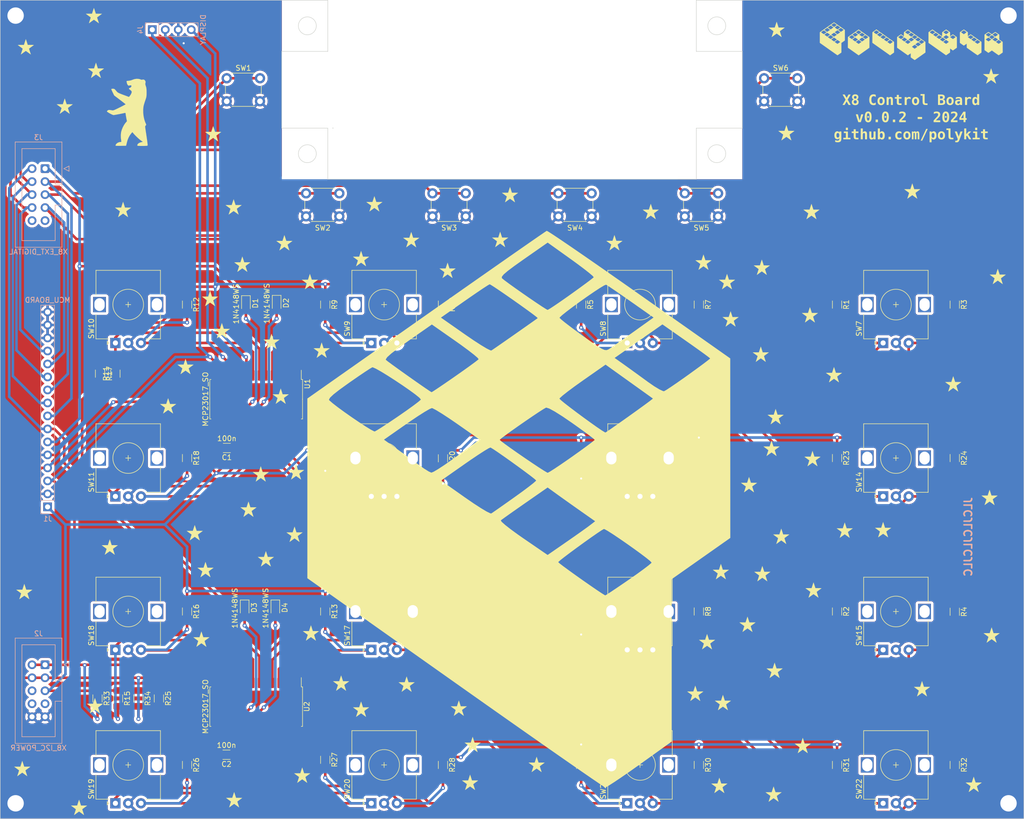
<source format=kicad_pcb>
(kicad_pcb (version 20221018) (generator pcbnew)
  (title_block (title "Polykit X8 Control Board") (date "2024-01-09") (rev "v0.0.2") (company "github.com/polykit") (comment 1 "Jan Knipper"))
  (layers (0 "F.Cu" signal) (31 "B.Cu" signal) (34 "B.Paste" user) (35 "F.Paste" user) (36 "B.SilkS" user "B.Silkscreen") (37 "F.SilkS" user "F.Silkscreen") (38 "B.Mask" user) (39 "F.Mask" user) (44 "Edge.Cuts" user))
  (net 0 "")
  (net 1 "+5V")
  (net 2 "GND")
  (net 3 "D33")
  (net 4 "Net-(D1-A)")
  (net 5 "Net-(D2-A)")
  (net 6 "D35")
  (net 7 "Net-(D3-A)")
  (net 8 "Net-(D4-A)")
  (net 9 "I2C_SDA")
  (net 10 "I2C_SCL")
  (net 11 "D22")
  (net 12 "D37")
  (net 13 "D39")
  (net 14 "D41")
  (net 15 "D43")
  (net 16 "D45")
  (net 17 "-5V")
  (net 18 "+12V")
  (net 19 "-12V")
  (net 20 "RX0")
  (net 21 "TX0")
  (net 22 "Net-(U1-GPB0)")
  (net 23 "Net-(U1-GPB1)")
  (net 24 "Net-(U1-GPB2)")
  (net 25 "Net-(U1-GPB3)")
  (net 26 "Net-(U1-GPB4)")
  (net 27 "Net-(U1-GPB5)")
  (net 28 "Net-(U1-GPB6)")
  (net 29 "Net-(U1-GPB7)")
  (net 30 "Net-(U1-GPA0)")
  (net 31 "Net-(U1-GPA1)")
  (net 32 "Net-(U1-GPA2)")
  (net 33 "Net-(U1-GPA3)")
  (net 34 "Net-(U1-GPA4)")
  (net 35 "Net-(U1-GPA5)")
  (net 36 "Net-(U1-GPA6)")
  (net 37 "Net-(U1-GPA7)")
  (net 38 "Net-(U2-GPB0)")
  (net 39 "Net-(U2-GPB1)")
  (net 40 "Net-(U2-GPB2)")
  (net 41 "Net-(U2-GPB3)")
  (net 42 "Net-(U2-GPB4)")
  (net 43 "Net-(U2-GPB5)")
  (net 44 "Net-(U2-GPB6)")
  (net 45 "Net-(U2-GPB7)")
  (net 46 "Net-(U2-GPA0)")
  (net 47 "Net-(U2-GPA1)")
  (net 48 "Net-(U2-GPA2)")
  (net 49 "Net-(U2-GPA3)")
  (net 50 "Net-(U2-GPA4)")
  (net 51 "Net-(U2-GPA5)")
  (net 52 "Net-(U2-GPA6)")
  (net 53 "Net-(U2-GPA7)")
  (footprint "Diode_SMD:D_SOD-323" (layer "F.Cu") (at 63 73.75 -90)
    (fp_text reference "D1")
    (fp_text value "1N4148WS")
  )
  (footprint "Polykit:star-silk-tiny" (layer "F.Cu") (at 60.6 54.9)
    (fp_text reference "G***" hide)
    (fp_text value "LOGO" hide)
  )
  (footprint "Polykit:star-silk-tiny" (layer "F.Cu") (at 163.9 126.6)
    (fp_text reference "G***" hide)
    (fp_text value "LOGO" hide)
  )
  (footprint "Rotary_Encoder:RotaryEncoder_Alps_EC12E_Vertical_H20mm" (layer "F.Cu") (at 87.5 81.5 90)
    (fp_text reference "SW9")
    (fp_text value "RotaryEncoder")
  )
  (footprint "Polykit:star-silk-tiny" (layer "F.Cu") (at 33.3 17.5)
    (fp_text reference "G***" hide)
    (fp_text value "LOGO" hide)
  )
  (footprint "Diode_SMD:D_SOD-323" (layer "F.Cu") (at 69 73.7 -90)
    (fp_text reference "D2")
    (fp_text value "1N4148WS")
  )
  (footprint "Polykit:star-silk-tiny" (layer "F.Cu") (at 155.8 126.2)
    (fp_text reference "G***" hide)
    (fp_text value "LOGO" hide)
  )
  (footprint "Polykit:star-silk-tiny" (layer "F.Cu") (at 193.2 51.8)
    (fp_text reference "G***" hide)
    (fp_text value "LOGO" hide)
  )
  (footprint "Polykit:star-silk-tiny" (layer "F.Cu") (at 95.3 61.3)
    (fp_text reference "G***" hide)
    (fp_text value "LOGO" hide)
  )
  (footprint "Polykit:star-silk-tiny" (layer "F.Cu") (at 63.5 114)
    (fp_text reference "G***" hide)
    (fp_text value "LOGO" hide)
  )
  (footprint "Button_Switch_THT:SW_PUSH_6mm_H13mm" (layer "F.Cu") (at 99.45 52.25)
    (fp_text reference "SW3")
    (fp_text value "SW_Push")
  )
  (footprint "Polykit:star-silk-tiny" (layer "F.Cu") (at 104.6 152.9)
    (fp_text reference "G***" hide)
    (fp_text value "LOGO" hide)
  )
  (footprint "Polykit:star-silk-tiny" (layer "F.Cu") (at 161 136.5)
    (fp_text reference "G***" hide)
    (fp_text value "LOGO" hide)
  )
  (footprint "Resistor_SMD:R_1206_3216Metric_Pad1.30x1.75mm_HandSolder" (layer "F.Cu") (at 37.5 87.5 90)
    (fp_text reference "R11")
    (fp_text value "10k")
  )
  (footprint "Polykit:star-silk-tiny" (layer "F.Cu") (at 74 166)
    (fp_text reference "G***" hide)
    (fp_text value "LOGO" hide)
  )
  (footprint "Polykit:star-silk-tiny" (layer "F.Cu") (at 150.8 150)
    (fp_text reference "G***" hide)
    (fp_text value "LOGO" hide)
  )
  (footprint "Polykit:star-silk-tiny" (layer "F.Cu") (at 85.5 153.1)
    (fp_text reference "G***" hide)
    (fp_text value "LOGO" hide)
  )
  (footprint "Polykit:star-silk-tiny" (layer "F.Cu") (at 152.4 65.7)
    (fp_text reference "G***" hide)
    (fp_text value "LOGO" hide)
  )
  (footprint "Polykit:star-silk-tiny" (layer "F.Cu") (at 142.1 55.8)
    (fp_text reference "G***" hide)
    (fp_text value "LOGO" hide)
  )
  (footprint "Button_Switch_THT:SW_PUSH_6mm_H13mm" (layer "F.Cu") (at 164.25 29.75)
    (fp_text reference "SW6")
    (fp_text value "SW_Push")
  )
  (footprint "Rotary_Encoder:RotaryEncoder_Alps_EC12E_Vertical_H20mm" (layer "F.Cu") (at 187.5 81.5 90)
    (fp_text reference "SW7")
    (fp_text value "RotaryEncoder")
  )
  (footprint "Polykit:star-silk-tiny" (layer "F.Cu") (at 81.6 148)
    (fp_text reference "G***" hide)
    (fp_text value "LOGO" hide)
  )
  (footprint "Polykit:star-silk-tiny" (layer "F.Cu") (at 72.8 106.7)
    (fp_text reference "G***" hide)
    (fp_text value "LOGO" hide)
  )
  (footprint "Polykit:star-silk-tiny" (layer "F.Cu") (at 201.2 89.5)
    (fp_text reference "G***" hide)
    (fp_text value "LOGO" hide)
  )
  (footprint "Rotary_Encoder:RotaryEncoder_Alps_EC12E_Vertical_H20mm" (layer "F.Cu") (at 187.5 141.5 90)
    (fp_text reference "SW15")
    (fp_text value "RotaryEncoder")
  )
  (footprint "Rotary_Encoder:RotaryEncoder_Alps_EC12E_Vertical_H20mm" (layer "F.Cu") (at 87.5 141.5 90)
    (fp_text reference "SW17")
    (fp_text value "RotaryEncoder")
  )
  (footprint "Resistor_SMD:R_1206_3216Metric_Pad1.30x1.75mm_HandSolder" (layer "F.Cu") (at 34 151 -90)
    (fp_text reference "R33")
    (fp_text value "10k")
  )
  (footprint "Rotary_Encoder:RotaryEncoder_Alps_EC12E_Vertical_H20mm" (layer "F.Cu") (at 137.5 141.5 90)
    (fp_text reference "SW16")
    (fp_text value "RotaryEncoder")
  )
  (footprint "Polykit:star-silk-tiny" (layer "F.Cu") (at 135 61.9)
    (fp_text reference "G***" hide)
    (fp_text value "LOGO" hide)
  )
  (footprint "Rotary_Encoder:RotaryEncoder_Alps_EC12E_Vertical_H20mm" (layer "F.Cu") (at 137.5 81.5 90)
    (fp_text reference "SW8")
    (fp_text value "RotaryEncoder")
  )
  (footprint "Resistor_SMD:R_1206_3216Metric_Pad1.30x1.75mm_HandSolder" (layer "F.Cu") (at 78.5 163 -90)
    (fp_text reference "R27")
    (fp_text value "10k")
  )
  (footprint "Polykit:star-silk-tiny" (layer "F.Cu") (at 60.7 170.8)
    (fp_text reference "G***" hide)
    (fp_text value "LOGO" hide)
  )
  (footprint "Resistor_SMD:R_1206_3216Metric_Pad1.30x1.75mm_HandSolder" (layer "F.Cu") (at 178.5 104 -90)
    (fp_text reference "R23")
    (fp_text value "10k")
  )
  (footprint "Rotary_Encoder:RotaryEncoder_Alps_EC12E_Vertical_H20mm" (layer "F.Cu") (at 187.5 171.5 90)
    (fp_text reference "SW22")
    (fp_text value "RotaryEncoder")
  )
  (footprint "Resistor_SMD:R_1206_3216Metric_Pad1.30x1.75mm_HandSolder" (layer "F.Cu") (at 51.5 164 -90)
    (fp_text reference "R26")
    (fp_text value "10k")
  )
  (footprint "Polykit:star-silk-tiny" (layer "F.Cu") (at 177.9 87.7)
    (fp_text reference "G***" hide)
    (fp_text value "LOGO" hide)
  )
  (footprint "Polykit:star-silk-tiny" (layer "F.Cu") (at 187.5 118)
    (fp_text reference "G***" hide)
    (fp_text value "LOGO" hide)
  )
  (footprint "Rotary_Encoder:RotaryEncoder_Alps_EC12E_Vertical_H20mm" (layer "F.Cu") (at 87.5 111.5 90)
    (fp_text reference "SW12")
    (fp_text value "RotaryEncoder")
  )
  (footprint "Resistor_SMD:R_1206_3216Metric_Pad1.30x1.75mm_HandSolder" (layer "F.Cu") (at 151.5 164 -90)
    (fp_text reference "R30")
    (fp_text value "10k")
  )
  (footprint "Polykit:star-silk-tiny" (layer "F.Cu") (at 161.3 109.2)
    (fp_text reference "G***" hide)
    (fp_text value "LOGO" hide)
  )
  (footprint "Polykit:star-silk-tiny" (layer "F.Cu") (at 88.1 54.3)
    (fp_text reference "G***" hide)
    (fp_text value "LOGO" hide)
  )
  (footprint "Package_SO:SOIC-28W_7.5x17.9mm_P1.27mm" (layer "F.Cu") (at 65 152.6 -90)
    (fp_text reference "U2")
    (fp_text value "MCP23017_SO")
  )
  (footprint "LOGO" (layer "F.Cu") (at 116.5 119.4)
    (fp_text reference "G***" hide)
    (fp_text value "LOGO" hide)
  )
  (footprint "Rotary_Encoder:RotaryEncoder_Alps_EC12E_Vertical_H20mm" (layer "F.Cu") (at 87.5 171.5 90)
    (fp_text reference "SW20")
    (fp_text value "RotaryEncoder")
  )
  (footprint "Polykit:star-silk-tiny" (layer "F.Cu") (at 55.1 125.8)
    (fp_text reference "G***" hide)
    (fp_text value "LOGO" hide)
  )
  (footprint "Polykit:star-silk-tiny" (layer "F.Cu") (at 156.2 151.8)
    (fp_text reference "G***" hide)
    (fp_text value "LOGO" hide)
  )
  (footprint "Button_Switch_THT:SW_PUSH_6mm_H13mm" (layer "F.Cu") (at 59.25 29.75)
    (fp_text reference "SW1")
    (fp_text value "SW_Push")
  )
  (footprint "Resistor_SMD:R_1206_3216Metric_Pad1.30x1.75mm_HandSolder" (layer "F.Cu") (at 201.5 164 -90)
    (fp_text reference "R32")
    (fp_text value "10k")
  )
  (footprint "Polykit:star-silk-tiny" (layer "F.Cu") (at 72.5 118.9)
    (fp_text reference "G***" hide)
    (fp_text value "LOGO" hide)
  )
  (footprint "Polykit:star-silk-tiny" (layer "F.Cu") (at 168.6 40.4)
    (fp_text reference "G***" hide)
    (fp_text value "LOGO" hide)
  )
  (footprint "Resistor_SMD:R_1206_3216Metric_Pad1.30x1.75mm_HandSolder" (layer "F.Cu") (at 51.5 134 -90)
    (fp_text reference "R16")
    (fp_text value "10k")
  )
  (footprint "Polykit:star-silk-tiny" (layer "F.Cu") (at 107.3 160)
    (fp_text reference "G***" hide)
    (fp_text value "LOGO" hide)
  )
  (footprint "Polykit:star-silk-tiny" (layer "F.Cu") (at 68 81.2)
    (fp_text reference "G***" hide)
    (fp_text value "LOGO" hide)
  )
  (footprint "Rotary_Encoder:RotaryEncoder_Alps_EC12E_Vertical_H20mm" (layer "F.Cu") (at 37.5 171.5 90)
    (fp_text reference "SW19")
    (fp_text value "RotaryEncoder")
  )
  (footprint "Polykit:star-silk-tiny" (layer "F.Cu") (at 94.4 148.2)
    (fp_text reference "G***" hide)
    (fp_text value "LOGO" hide)
  )
  (footprint "Polykit:star-silk-tiny" (layer "F.Cu") (at 171.8 160.2)
    (fp_text reference "G***" hide)
    (fp_text value "LOGO" hide)
  )
  (footprint "Polykit:star-silk-tiny" (layer "F.Cu") (at 75.5 69.5)
    (fp_text reference "G***" hide)
    (fp_text value "LOGO" hide)
  )
  (footprint "Polykit:star-silk-tiny" (layer "F.Cu") (at 166.3 145.5)
    (fp_text reference "G***" hide)
    (fp_text value "LOGO" hide)
  )
  (footprint "Resistor_SMD:R_1206_3216Metric_Pad1.30x1.75mm_HandSolder" (layer "F.Cu") (at 78.5 134 -90)
    (fp_text reference "R13")
    (fp_text value "10k")
  )
  (footprint "Polykit:star-silk-tiny" (layer "F.Cu") (at 36.4 121.4)
    (fp_text reference "G***" hide)
    (fp_text value "LOGO" hide)
  )
  (footprint "Polykit:star-silk-tiny" (layer "F.Cu") (at 66.9 123.7)
    (fp_text reference "G***" hide)
    (fp_text value "LOGO" hide)
  )
  (footprint "Polykit:star-silk-tiny" (layer "F.Cu") (at 208.3 111.7)
    (fp_text reference "G***" hide)
    (fp_text value "LOGO" hide)
  )
  (footprint "Resistor_SMD:R_1206_3216Metric_Pad1.30x1.75mm_HandSolder" (layer "F.Cu") (at 101.5 104.05 -90)
    (fp_text reference "R20")
    (fp_text value "10k")
  )
  (footprint "Polykit:star-silk-tiny" (layer "F.Cu") (at 33.5 152.4)
    (fp_text reference "G***" hide)
    (fp_text value "LOGO" hide)
  )
  (footprint "Resistor_SMD:R_1206_3216Metric_Pad1.30x1.75mm_HandSolder" (layer "F.Cu") (at 51.5 74 -90)
    (fp_text reference "R12")
    (fp_text value "10k")
  )
  (footprint "Resistor_SMD:R_1206_3216Metric_Pad1.30x1.75mm_HandSolder" (layer "F.Cu") (at 151.5 134 -90)
    (fp_text reference "R8")
    (fp_text value "10k")
  )
  (footprint "Resistor_SMD:R_1206_3216Metric_Pad1.30x1.75mm_HandSolder" (layer "F.Cu") (at 34.5 87.5 -90)
    (fp_text reference "R17")
    (fp_text value "10k")
  )
  (footprint "Capacitor_SMD:C_1206_3216Metric" (layer "F.Cu") (at 59.269258 102.034015 180)
    (fp_text reference "C1")
    (fp_text value "100n")
  )
  (footprint "Polykit:star-silk-tiny" (layer "F.Cu") (at 173.5 55.8)
    (fp_text reference "G***" hide)
    (fp_text value "LOGO" hide)
  )
  (footprint "Polykit:star-silk-tiny" (layer "F.Cu") (at 180 118.1)
    (fp_text reference "G***" hide)
    (fp_text value "LOGO" hide)
  )
  (footprint "Polykit:star-silk-tiny" (layer "F.Cu") (at 166.1 169.7)
    (fp_text reference "G***" hide)
    (fp_text value "LOGO" hide)
  )
  (footprint "Polykit:star-silk-tiny" (layer "F.Cu") (at 85.5 65)
    (fp_text reference "G***" hide)
    (fp_text value "LOGO" hide)
  )
  (footprint "Polykit:star-silk-tiny" (layer "F.Cu") (at 195.1 149.1)
    (fp_text reference "G***" hide)
    (fp_text value "LOGO" hide)
  )
  (footprint "Diode_SMD:D_SOD-323" (layer "F.Cu") (at 68.75 133.25 -90)
    (fp_text reference "D4")
    (fp_text value "1N4148WS")
  )
  (footprint "Resistor_SMD:R_1206_3216Metric_Pad1.30x1.75mm_HandSolder" (layer "F.Cu") (at 101.5 164 -90)
    (fp_text reference "R28")
    (fp_text value "10k")
  )
  (footprint "Polykit:star-silk-tiny" (layer "F.Cu") (at 20 23.6)
    (fp_text reference "G***" hide)
    (fp_text value "LOGO" hide)
  )
  (footprint "Polykit:star-silk-tiny" (layer "F.Cu") (at 173.9 129.8)
    (fp_text reference "G***" hide)
    (fp_text value "LOGO" hide)
  )
  (footprint "Polykit:star-silk-tiny" (layer "F.Cu") (at 69.8 91.9)
    (fp_text reference "G***" hide)
    (fp_text value "LOGO" hide)
  )
  (footprint "Polykit:star-silk-tiny" (layer "F.Cu") (at 167.6 119.3)
    (fp_text reference "G***" hide)
    (fp_text value "LOGO" hide)
  )
  (footprint "Polykit:star-silk-tiny" (layer "F.Cu") (at 27.6 35.2)
    (fp_text reference "G***" hide)
    (fp_text value "LOGO" hide)
  )
  (footprint "Polykit:star-silk-tiny" (layer "F.Cu") (at 208.6 29.3)
    (fp_text reference "G***" hide)
    (fp_text value "LOGO" hide)
  )
  (footprint "Resistor_SMD:R_1206_3216Metric_Pad1.30x1.75mm_HandSolder" (layer "F.Cu") (at 46 151 -90)
    (fp_text reference "R25")
    (fp_text value "10k")
  )
  (footprint "Resistor_SMD:R_1206_3216Metric_Pad1.30x1.75mm_HandSolder" (layer "F.Cu") (at 128.5 104 -90)
    (fp_text reference "R21")
    (fp_text value "10k")
  )
  (footprint "Resistor_SMD:R_1206_3216Metric_Pad1.30x1.75mm_HandSolder" (layer "F.Cu") (at 128.5 134 -90)
    (fp_text reference "R6")
    (fp_text value "10k")
  )
  (footprint "Polykit:star-silk-tiny" (layer "F.Cu") (at 54.3 139.4)
    (fp_text reference "G***" hide)
    (fp_text value "LOGO" hide)
  )
  (footprint "Polykit:star-silk-tiny" (layer "F.Cu") (at 119.8 163.9)
    (fp_text reference "G***" hide)
    (fp_text value "LOGO" hide)
  )
  (footprint "Rotary_Encoder:RotaryEncoder_Alps_EC12E_Vertical_H20mm" (layer "F.Cu") (at 187.5 111.5 90)
    (fp_text reference "SW14")
    (fp_text value "RotaryEncoder")
  )
  (footprint "Polykit:star-silk-tiny" (layer "F.Cu") (at 153.1 139.9)
    (fp_text reference "G***" hide)
    (fp_text value "LOGO" hide)
  )
  (footprint "Polykit:star-silk-tiny" (layer "F.Cu") (at 166.7 20.2)
    (fp_text reference "G***" hide)
    (fp_text value "LOGO" hide)
  )
  (footprint "Polykit:star-silk-tiny" (layer "F.Cu") (at 209.9 68.5)
    (fp_text reference "G***" hide)
    (fp_text value "LOGO" hide)
  )
  (footprint "Resistor_SMD:R_1206_3216Metric_Pad1.30x1.75mm_HandSolder" (layer "F.Cu") (at 78.5 103 -90)
    (fp_text reference "R19")
    (fp_text value "10k")
  )
  (footprint "Resistor_SMD:R_1206_3216Metric_Pad1.30x1.75mm_HandSolder" (layer "F.Cu") (at 201.5 74 -90)
    (fp_text reference "R3")
    (fp_text value "10k")
  )
  (footprint "Polykit:logo-3.5cm" (layer "F.Cu") (at 193 22.5)
    (fp_text reference "G***" hide)
    (fp_text value "LOGO" hide)
  )
  (footprint "Polykit:star-silk-tiny" (layer "F.Cu") (at 155.5 168)
    (fp_text reference "G***" hide)
    (fp_text value "LOGO" hide)
  )
  (footprint "Resistor_SMD:R_1206_3216Metric_Pad1.30x1.75mm_HandSolder" (layer "F.Cu") (at 178.5 164 -90)
    (fp_text reference "R31")
    (fp_text value "10k")
  )
  (footprint "Package_SO:SOIC-28W_7.5x17.9mm_P1.27mm" (layer "F.Cu") (at 65 92.5 -90)
    (fp_text reference "U1")
    (fp_text value "MCP23017_SO")
  )
  (footprint "Polykit:star-silk-tiny" (layer "F.Cu") (at 173.7 104.1)
    (fp_text reference "G***" hide)
    (fp_text value "LOGO" hide)
  )
  (footprint "Resistor_SMD:R_1206_3216Metric_Pad1.30x1.75mm_HandSolder" (layer "F.Cu") (at 128.5 164 -90)
    (fp_text reference "R29")
    (fp_text value "10k")
  )
  (footprint "Polykit:star-silk-tiny" (layer "F.Cu") (at 53 118.6)
    (fp_text reference "G***" hide)
    (fp_text value "LOGO" hide)
  )
  (footprint "Polykit:star-silk-tiny" (layer "F.Cu") (at 163.8 66.7)
    (fp_text reference "G***" hide)
    (fp_text value "LOGO" hide)
  )
  (footprint "Rotary_Encoder:RotaryEncoder_Alps_EC12E_Vertical_H20mm" (layer "F.Cu") (at 37.5 111.5 90)
    (fp_text reference "SW11")
    (fp_text value "RotaryEncoder")
  )
  (footprint "Resistor_SMD:R_1206_3216Metric_Pad1.30x1.75mm_HandSolder" (layer "F.Cu") (at 151.5 74 -90)
    (fp_text reference "R7")
    (fp_text value "10k")
  )
  (footprint "Polykit:star-silk-tiny" (layer "F.Cu") (at 173.2 76)
    (fp_text reference "G***" hide)
    (fp_text value "LOGO" hide)
  )
  (footprint "Resistor_SMD:R_1206_3216Metric_Pad1.30x1.75mm_HandSolder" (layer "F.Cu") (at 201.5 104 -90)
    (fp_text reference "R24")
    (fp_text value "10k")
  )
  (footprint "Rotary_Encoder:RotaryEncoder_Alps_EC12E_Vertical_H20mm" (layer "F.Cu") (at 137.5 171.5 90)
    (fp_text reference "SW21")
    (fp_text value "RotaryEncoder")
  )
  (footprint "Polykit:star-silk-tiny" (layer "F.Cu") (at 56 72.8)
    (fp_text reference "G***" hide)
    (fp_text value "LOGO" hide)
  )
  (footprint "Polykit:star-silk-tiny" (layer "F.Cu") (at 112.676221 61.260583)
    (fp_text reference "G***" hide)
    (fp_text value "LOGO" hide)
  )
  (footprint "Polykit:star-silk-tiny" (layer "F.Cu") (at 39 55.4)
    (fp_text reference "G***" hide)
    (fp_text value "LOGO" hide)
  )
  (footprint "Polykit:star-silk-tiny" (layer "F.Cu") (at 19.7 130.1)
    (fp_text reference "G***" hide)
    (fp_text value "LOGO" hide)
  )
  (footprint "Polykit:star-silk-tiny" (layer "F.Cu") (at 77.8 82.9)
    (fp_text reference "G***" hide)
    (fp_text value "LOGO" hide)
  )
  (footprint "Polykit:star-silk-tiny" (layer "F.Cu") (at 205.2 167.8)
    (fp_text reference "G***" hide)
    (fp_text value "LOGO" hide)
  )
  (footprint "Polykit:bär" (layer "F.Cu") (at 40 36.5)
    (fp_text reference "G***" hide)
    (fp_text value "LOGO" hide)
  )
  (footprint "Resistor_SMD:R_1206_3216Metric_Pad1.30x1.75mm_HandSolder" (layer "F.Cu") (at 151.5 104 -90)
    (fp_text reference "R22")
    (fp_text value "10k")
  )
  (footprint "Button_Switch_THT:SW_PUSH_6mm_H13mm" (layer "F.Cu") (at 74.75 52.25)
    (fp_text reference "SW2")
    (fp_text value "SW_Push")
  )
  (footprint "Rotary_Encoder:RotaryEncoder_Alps_EC12E_Vertical_H20mm" (layer "F.Cu") (at 37.5 141.5 90)
    (fp_text reference "SW18")
    (fp_text value "RotaryEncoder")
  )
  (footprint "Polykit:star-silk-tiny" (layer "F.Cu") (at 208.7 138.6)
    (fp_text reference "G***" hide)
    (fp_text value "LOGO" hide)
  )
  (footprint "Polykit:star-silk-tiny" (layer "F.Cu") (at 70.515973 61.91075)
    (fp_text reference "G***" hide)
    (fp_text value "LOGO" hide)
  )
  (footprint "Polykit:star-silk-tiny" (layer "F.Cu") (at 56.6 40.6)
    (fp_text reference "G***" hide)
    (fp_text value "LOGO" hide)
  )
  (footprint "Polykit:star-silk-tiny" (layer "F.Cu") (at 33.7 28.2)
    (fp_text reference "G***" hide)
    (fp_text value "LOGO" hide)
  )
  (footprint "Resistor_SMD:R_1206_3216Metric_Pad1.30x1.75mm_HandSolder" (layer "F.Cu") (at 38 151 -90)
    (fp_text reference "R15")
    (fp_text value "10k")
  )
  (footprint "Polykit:star-silk-tiny" (layer "F.Cu") (at 157 69.5)
    (fp_text reference "G***" hide)
    (fp_text value "LOGO" hide)
  )
  (footprint "Resistor_SMD:R_1206_3216Metric_Pad1.30x1.75mm_HandSolder" (layer "F.Cu") (at 101.5 134 -90)
    (fp_text reference "R14")
    (fp_text value "10k")
  )
  (footprint "Resistor_SMD:R_1206_3216Metric_Pad1.30x1.75mm_HandSolder" (layer "F.Cu") (at 42 151 -90)
    (fp_text reference "R34")
    (fp_text value "10k")
  )
  (footprint "Button_Switch_THT:SW_PUSH_6mm_H13mm" (layer "F.Cu") (at 148.75 52.25)
    (fp_text reference "SW5")
    (fp_text value "SW_Push")
  )
  (footprint "Resistor_SMD:R_1206_3216Metric_Pad1.30x1.75mm_HandSolder" (layer "F.Cu") (at 128.5 74 -90)
    (fp_text reference "R5")
    (fp_text value "10k")
  )
  (footprint "Resistor_SMD:R_1206_3216Metric_Pad1.30x1.75mm_HandSolder" (layer "F.Cu") (at 51.5 104 -90)
    (fp_text reference "R18")
    (fp_text value "10k")
  )
  (footprint "Polykit:star-silk-tiny" (layer "F.Cu") (at 62.3 66.1)
    (fp_text reference "G***" hide)
    (fp_text value "LOGO" hide)
  )
  (footprint "Diode_SMD:D_SOD-323" (layer "F.Cu") (at 62.75 133.25 -90)
    (fp_text reference "D3")
    (fp_text value "1N4148WS")
  )
  (footprint "Polykit:star-silk-tiny" (layer "F.Cu") (at 19.3 164.7)
    (fp_text reference "G***" hide)
    (fp_text value "LOGO" hide)
  )
  (footprint "Button_Switch_THT:SW_PUSH_6mm_H13mm" (layer "F.Cu") (at 124.05 52.25)
    (fp_text reference "SW4")
    (fp_text value "SW_Push")
  )
  (footprint "Polykit:star-silk-tiny" (layer "F.Cu") (at 165.7 102.1)
    (fp_text reference "G***" hide)
    (fp_text value "LOGO" hide)
  )
  (footprint "Polykit:star-silk-tiny" (layer "F.Cu") (at 65.9 107.1)
    (fp_text reference "G***" hide)
    (fp_text value "LOGO" hide)
  )
  (footprint "Resistor_SMD:R_1206_3216Metric_Pad1.30x1.75mm_HandSolder" (layer "F.Cu") (at 201.5 134.05 -90)
    (fp_text reference "R4")
    (fp_text value "10k")
  )
  (footprint "Resistor_SMD:R_1206_3216Metric_Pad1.30x1.75mm_HandSolder" (layer "F.Cu") (at 178.5 74 -90)
    (fp_text reference "R1")
    (fp_text value "10k")
  )
  (footprint "Polykit:star-silk-tiny" (layer "F.Cu") (at 75.7 138.2)
    (fp_text reference "G***" hide)
    (fp_text value "LOGO" hide)
  )
  (footprint "Capacitor_SMD:C_1206_3216Metric" (layer "F.Cu") (at 59.2 162 180)
    (fp_text reference "C2")
    (fp_text value "100n")
  )
  (footprint "Polykit:star-silk-tiny" (layer "F.Cu") (at 157.7 76.8)
    (fp_text reference "G***" hide)
    (fp_text value "LOGO" hide)
  )
  (footprint "Resistor_SMD:R_1206_3216Metric_Pad1.30x1.75mm_HandSolder" (layer "F.Cu") (at 78.5 74 -90)
    (fp_text reference "R9")
    (fp_text value "10k")
  )
  (footprint "Resistor_SMD:R_1206_3216Metric_Pad1.30x1.75mm_HandSolder" (layer "F.Cu") (at 178.5 134 -90)
    (fp_text reference "R2")
    (fp_text value "10k")
  )
  (footprint "Polykit:star-silk-tiny" (layer "F.Cu") (at 163.6 83.7)
    (fp_text reference "G***" hide)
    (fp_text value "LOGO" hide)
  )
  (footprint "Rotary_Encoder:RotaryEncoder_Alps_EC12E_Vertical_H20mm" (layer "F.Cu") (at 137.5 111.5 90)
    (fp_text reference "SW13")
    (fp_text value "RotaryEncoder")
  )
  (footprint "Polykit:star-silk-tiny" (layer "F.Cu") (at 47.8 93.8)
    (fp_text reference "G***" hide)
    (fp_text value "LOGO" hide)
  )
  (footprint "Rotary_Encoder:RotaryEncoder_Alps_EC12E_Vertical_H20mm" (layer "F.Cu") (at 37.5 81.5 90)
    (fp_text reference "SW10")
    (fp_text value "RotaryEncoder")
  )
  (footprint "Resistor_SMD:R_1206_3216Metric_Pad1.30x1.75mm_HandSolder" (layer "F.Cu") (at 101.5 74 -90)
    (fp_text reference "R10")
    (fp_text value "10k")
  )
  (footprint "Polykit:star-silk-tiny" (layer "F.Cu") (at 58.3 79.1)
    (fp_text reference "G***" hide)
    (fp_text value "LOGO" hide)
  )
  (footprint "Polykit:star-silk-tiny" (layer "F.Cu") (at 166.5 95.9)
    (fp_text reference "G***" hide)
    (fp_text value "LOGO" hide)
  )
  (footprint "Polykit:star-silk-tiny" (layer "F.Cu") (at 102.4 67.3)
    (fp_text reference "G***" hide)
    (fp_text value "LOGO" hide)
  )
  (footprint "Polykit:star-silk-tiny" (layer "F.Cu") (at 106.8 167.4)
    (fp_text reference "G***" hide)
    (fp_text value "LOGO" hide)
  )
  (footprint "Polykit:star-silk-tiny" (layer "F.Cu") (at 114.6 52.5)
    (fp_text reference "G***" hide)
    (fp_text value "LOGO" hide)
  )
  (footprint "Polykit:star-silk-tiny" (layer "F.Cu") (at 51.2 86.1)
    (fp_text reference "G***" hide)
    (fp_text value "LOGO" hide)
  )
  (footprint "Polykit:star-silk-tiny" (layer "F.Cu") (at 30.4 172.3)
    (fp_text reference "G***" hide)
    (fp_text value "LOGO" hide)
  )
  (footprint "Connector_PinHeader_2.54mm:PinHeader_1x16_P2.54mm_Vertical" (layer "B.Cu") (at 24.25 113.55)
    (fp_text reference "J1")
    (fp_text value "MCU_BOARD")
  )
  (footprint "Connector_IDC:IDC-Header_2x05_P2.54mm_Vertical" (layer "B.Cu") (at 23.7525 144.42 180)
    (fp_text reference "J2")
    (fp_text value "X8_I2C_POWER")
  )
  (footprint "Connector_PinHeader_2.54mm:PinHeader_1x04_P2.54mm_Vertical" (layer "B.Cu") (at 44.7 20.25 -90)
    (fp_text reference "J4")
    (fp_text value "DISPLAY")
  )
  (footprint "Connector_IDC:IDC-Header_2x05_P2.54mm_Vertical" (layer "B.Cu") (at 23.7525 47.42 180)
    (fp_text reference "J3")
    (fp_text value "X8_EXT_DIGITAL")
  )
  (gr_line (start 160 39.5) (end 151 39.5) (stroke (width 0.1)) (layer "Edge.Cuts"))
  (gr_line (start 79 24.5) (end 70 24.5) (stroke (width 0.1)) (layer "Edge.Cuts"))
  (gr_line (start 70 14.5) (end 79 14.5) (stroke (width 0.1)) (layer "Edge.Cuts"))
  (gr_line (start 70 39.5) (end 79 39.5) (stroke (width 0.1)) (layer "Edge.Cuts"))
  (gr_line (start 151 14.5) (end 151 24.5) (stroke (width 0.1)) (layer "Edge.Cuts"))
  (gr_line (start 215 14.5) (end 160 14.5) (stroke (width 0.1)) (layer "Edge.Cuts"))
  (gr_line (start 70 14.5) (end 15 14.5) (stroke (width 0.1)) (layer "Edge.Cuts"))
  (gr_line (start 79 39.5) (end 79 49.5) (stroke (width 0.1)) (layer "Edge.Cuts"))
  (gr_circle (center 155 19.5) (end 156.75 19.5) (stroke (width 0.1)) (fill none) (layer "Edge.Cuts"))
  (gr_line (start 151 24.5) (end 160 24.5) (stroke (width 0.1)) (layer "Edge.Cuts"))
  (gr_circle (center 75 44.5) (end 76.75 44.5) (stroke (width 0.1)) (fill none) (layer "Edge.Cuts"))
  (gr_line (start 70 24.5) (end 70 39.5) (stroke (width 0.1)) (layer "Edge.Cuts"))
  (gr_circle (center 80 39.5) (end 80 39.5) (stroke (width 0.1)) (fill none) (layer "Edge.Cuts"))
  (gr_line (start 160 14.5) (end 151 14.5) (stroke (width 0.1)) (layer "Edge.Cuts"))
  (gr_line (start 215 14.5) (end 215 174.5) (stroke (width 0.1)) (layer "Edge.Cuts"))
  (gr_line (start 215 174.5) (end 15 174.5) (stroke (width 0.1)) (layer "Edge.Cuts"))
  (gr_line (start 79 14.5) (end 79 24.5) (stroke (width 0.1)) (layer "Edge.Cuts"))
  (gr_circle (center 155 44.5) (end 156.75 44.5) (stroke (width 0.1)) (fill none) (layer "Edge.Cuts"))
  (gr_circle (center 75 19.5) (end 76.75 19.5) (stroke (width 0.1)) (fill none) (layer "Edge.Cuts"))
  (gr_line (start 15 174.5) (end 15 14.5) (stroke (width 0.1)) (layer "Edge.Cuts"))
  (gr_line (start 151 39.5) (end 151 49.5) (stroke (width 0.1)) (layer "Edge.Cuts"))
  (gr_line (start 160 24.5) (end 160 39.5) (stroke (width 0.1)) (layer "Edge.Cuts"))
  (gr_line (start 79 49.5) (end 151 49.5) (stroke (width 0.1)) (layer "Edge.Cuts"))
  (gr_text "JLCJLCJLCJLC" (at 205 111.5 90) (layer "B.SilkS") (effects (font (size 1.5 1.5) (thickness 0.3) bold) (justify left bottom mirror)))
  (gr_text "X8 Control Board\nv0.0.2 - 2024\ngithub.com/polykit" (at 193 37.5) (layer "F.SilkS") (effects (font (size 2 2) (thickness 0.4) bold)))
  (segment (start 101.5 102.5) (end 99.5 100.5) (width 0.508) (layer "F.Cu") (net 1))
  (segment (start 51.5 132.45) (end 51.5 130) (width 0.508) (layer "F.Cu") (net 1))
  (segment (start 63.095 147.95) (end 63.095 150.290815) (width 0.508) (layer "F.Cu") (net 1))
  (segment (start 57.226755 106.959247) (end 57.240753 106.959247) (width 0.508) (layer "F.Cu") (net 1))
  (segment (start 205 134) (end 205 158.95) (width 0.508) (layer "F.Cu") (net 1))
  (segment (start 23.7525 149.5) (end 24.5 149.5) (width 0.508) (layer "F.Cu") (net 1))
  (segment (start 63 84.25) (end 63.095 84.345) (width 0.508) (layer "F.Cu") (net 1))
  (segment (start 99.5 100.5) (end 79.45 100.5) (width 0.508) (layer "F.Cu") (net 1))
  (segment (start 60.555 93.539185) (end 63.095 90.999185) (width 0.508) (layer "F.Cu") (net 1))
  (segment (start 151.5 102.45) (end 151.5 100) (width 0.508) (layer "F.Cu") (net 1))
  (segment (start 178.5 70) (end 151.5 70) (width 0.508) (layer "F.Cu") (net 1))
  (segment (start 42 149.45) (end 46 149.45) (width 0.508) (layer "F.Cu") (net 1))
  (segment (start 76.05 101.45) (end 75 102.5) (width 0.508) (layer "F.Cu") (net 1))
  (segment (start 56.745 155.505) (end 56.745 157.25) (width 0.508) (layer "F.Cu") (net 1))
  (segment (start 151.5 162.45) (end 151.5 160) (width 0.508) (layer "F.Cu") (net 1))
  (segment (start 101.5 130) (end 78.5 130) (width 0.508) (layer "F.Cu") (net 1))
  (segment (start 79.45 100.5) (end 78.5 101.45) (width 0.508) (layer "F.Cu") (net 1))
  (segment (start 178.5 102.45) (end 178.5 100) (width 0.508) (layer "F.Cu") (net 1))
  (segment (start 128.5 72.45) (end 128.5 70) (width 0.508) (layer "F.Cu") (net 1))
  (segment (start 101.5 72.45) (end 101.5 70) (width 0.508) (layer "F.Cu") (net 1))
  (segment (start 128.5 132.45) (end 128.5 130) (width 0.508) (layer "F.Cu") (net 1))
  (segment (start 151.5 70) (end 128.5 70) (width 0.508) (layer "F.Cu") (net 1))
  (segment (start 199.525 100) (end 178.5 100) (width 0.508) (layer "F.Cu") (net 1))
  (segment (start 34 149.45) (end 38 149.45) (width 0.508) (layer "F.Cu") (net 1))
  (segment (start 101.5 132.45) (end 101.5 130) (width 0.508) (layer "F.Cu") (net 1))
  (segment (start 201.5 72.45) (end 201.5 72.225) (width 0.508) (layer "F.Cu") (net 1))
  (segment (start 99.55 160.5) (end 79.45 160.5) (width 0.508) (layer "F.Cu") (net 1))
  (segment (start 52.717508 102.45) (end 51.5 102.45) (width 0.508) (layer "F.Cu") (net 1))
  (segment (start 60.744258 103.455742) (end 60.744258 102.034015) (width 0.508) (layer "F.Cu") (net 1))
  (segment (start 128.5 102.45) (end 128.5 100) (width 0.508) (layer "F.Cu") (net 1))
  (segment (start 178.5 132.45) (end 178.5 130) (width 0.508) (layer "F.Cu") (net 1))
  (segment (start 60.555 161.88) (end 60.675 162) (width 0.508) (layer "F.Cu") (net 1))
  (segment (start 201.5 101.975) (end 199.525 100) (width 0.508) (layer "F.Cu") (net 1))
  (segment (start 178.5 162.45) (end 178.5 160) (width 0.508) (layer "F.Cu") (net 1))
  (segment (start 101.5 162.45) (end 104.95 162.45) (width 0.508) (layer "F.Cu") (net 1))
  (segment (start 47.95 149.45) (end 46 149.45) (width 0.508) (layer "F.Cu") (net 1))
  (segment (start 57.240753 106.959247) (end 60.744258 103.455742) (width 0.508) (layer "F.Cu") (net 1))
  (segment (start 101.5 102.5) (end 105 102.5) (width 0.508) (layer "F.Cu") (net 1))
  (segment (start 128.5 162.45) (end 128.5 160) (width 0.508) (layer "F.Cu") (net 1))
  (segment (start 105 162.5) (end 104.95 162.45) (width 0.508) (layer "F.Cu") (net 1))
  (segment (start 34.5 85.95) (end 34.5 86.05) (width 0.508) (layer "F.Cu") (net 1))
  (segment (start 63.095 90.999185) (end 63.095 87.85) (width 0.508) (layer "F.Cu") (net 1))
  (segment (start 59.419185 152.830815) (end 56.745 155.505) (width 0.508) (layer "F.Cu") (net 1))
  (segment (start 201.5 162) (end 199.5 160) (width 0.508) (layer "F.Cu") (net 1))
  (segment (start 57.226755 106.959247) (end 52.717508 102.45) (width 0.508) (layer "F.Cu") (net 1))
  (segment (start 60.555 101.844757) (end 60.744258 102.034015) (width 0.508) (layer "F.Cu") (net 1))
  (segment (start 56.745 155.505) (end 54.005 155.505) (width 0.508) (layer "F.Cu") (net 1))
  (segment (start 201.5 102.45) (end 201.5 101.975) (width 0.508) (layer "F.Cu") (net 1))
  (segment (start 151.5 130) (end 128.5 130) (width 0.508) (layer "F.Cu") (net 1))
  (segment (start 60.555 97.15) (end 60.555 101.844757) (width 0.508) (layer "F.Cu") (net 1))
  (segment (start 201.5 162.45) (end 201.5 162) (width 0.508) (layer "F.Cu") (net 1))
  (segment (start 78.5 101.45) (end 76.05 101.45) (width 0.508) (layer "F.Cu") (net 1))
  (segment (start 78.5 132.45) (end 78.5 130) (width 0.508) (layer "F.Cu") (net 1))
  (segment (start 199.5 160) (end 178.5 160) (width 0.508) (layer "F.Cu") (net 1))
  (segment (start 78.5 72.45) (end 78.5 70) (width 0.508) (layer "F.Cu") (net 1))
  (segment (start 199.275 70) (end 178.5 70) (width 0.508) (layer "F.Cu") (net 1))
  (segment (start 201.5 132) (end 199.5 130) (width 0.508) (layer "F.Cu") (net 1))
  (segment (start 46.45 77.5) (end 37 77.5) (width 0.508) (layer "F.Cu") (net 1))
  (segment (start 60.555 157.25) (end 60.555 161.88) (width 0.508) (layer "F.Cu") (net 1))
  (segment (start 23.7525 149.5) (end 33.95 149.5) (width 0.508) (layer "F.Cu") (net 1))
  (segment (start 63.095 150.290815) (end 60.555 152.830815) (width 0.508) (layer "F.Cu") (net 1))
  (segment (start 33.95 149.5) (end 34 149.45) (width 0.508) (layer "F.Cu") (net 1))
  (segment (start 101.5 70) (end 78.5 70) (width 0.508) (layer "F.Cu") (net 1))
  (segment (start 201.5 72.225) (end 199.275 70) (width 0.508) (layer "F.Cu") (net 1))
  (segment (start 60.555 97.15) (end 60.555 93.539185) (width 0.508) (layer "F.Cu") (net 1))
  (segment (start 51.5 158.01) (end 54.005 155.505) (width 0.508) (layer "F.Cu") (net 1))
  (segment (start 151.5 72.45) (end 151.5 70) (width 0.508) (layer "F.Cu") (net 1))
  (segment (start 57 70.5) (end 51.5 70.5) (width 0.508) (layer "F.Cu") (net 1))
  (segment (start 60.555 152.830815) (end 60.555 157.25) (width 0.508) (layer "F.Cu") (net 1))
  (segment (start 37 77.5) (end 34.5 80) (width 0.508) (layer "F.Cu") (net 1))
  (segment (start 63.095 84.345) (end 63.095 87.85) (width 0.508) (layer "F.Cu") (net 1))
  (segment (start 60.555 152.830815) (end 59.419185 152.830815) (width 0.508) (layer "F.Cu") (net 1))
  (segment (start 34.5 80) (end 34.5 85.95) (width 0.508) (layer "F.Cu") (net 1))
  (segment (start 151.5 132.45) (end 151.5 130) (width 0.508) (layer "F.Cu") (net 1))
  (segment (start 38 149.45) (end 42 149.45) (width 0.508) (layer "F.Cu") (net 1))
  (segment (start 128.5 70) (end 101.5 70) (width 0.508) (layer "F.Cu") (net 1))
  (segment (start 199.5 130) (end 178.5 130) (width 0.508) (layer "F.Cu") (net 1))
  (segment (start 51.5 72.45) (end 51.5 70.5) (width 0.508) (layer "F.Cu") (net 1))
  (segment (start 51.5 72.45) (end 46.45 77.5) (width 0.508) (layer "F.Cu") (net 1))
  (segment (start 151.5 130) (end 178.5 130) (width 0.508) (layer "F.Cu") (net 1))
  (segment (start 101.5 162.45) (end 99.55 160.5) (width 0.508) (layer "F.Cu") (net 1))
  (segment (start 128.5 130) (end 101.5 130) (width 0.508) (layer "F.Cu") (net 1))
  (segment (start 51.5 162.45) (end 51.5 158.01) (width 0.508) (layer "F.Cu") (net 1))
  (segment (start 34.5 86.05) (end 37.5 89.05) (width 0.508) (layer "F.Cu") (net 1))
  (segment (start 201.5 132.5) (end 203.5 132.5) (width 0.508) (layer "F.Cu") (net 1))
  (segment (start 178.5 72.45) (end 178.5 70) (width 0.508) (layer "F.Cu") (net 1))
  (segment (start 79.45 160.5) (end 78.5 161.45) (width 0.508) (layer "F.Cu") (net 1))
  (segment (start 205 158.95) (end 201.5 162.45) (width 0.508) (layer "F.Cu") (net 1))
  (segment (start 54.005 155.505) (end 47.95 149.45) (width 0.508) (layer "F.Cu") (net 1))
  (segment (start 201.5 132.5) (end 201.5 132) (width 0.508) (layer "F.Cu") (net 1))
  (segment (start 203.5 132.5) (end 205 134) (width 0.508) (layer "F.Cu") (net 1))
  (via (at 105 162.5) (size 0.8) (drill 0.4) (layers "F.Cu" "B.Cu") (net 1))
  (via (at 178.5 160) (size 0.8) (drill 0.4) (layers "F.Cu" "B.Cu") (net 1))
  (via (at 178.5 100) (size 0.8) (drill 0.4) (layers "F.Cu" "B.Cu") (net 1))
  (via (at 57 70.5) (size 0.8) (drill 0.4) (layers "F.Cu" "B.Cu") (net 1))
  (via (at 105 102.5) (size 0.8) (drill 0.4) (layers "F.Cu" "B.Cu") (net 1))
  (via (at 128.5 100) (size 0.8) (drill 0.4) (layers "F.Cu" "B.Cu") (net 1))
  (via (at 75 102.5) (size 0.8) (drill 0.4) (layers "F.Cu" "B.Cu") (net 1))
  (via (at 151.5 160) (size 0.8) (drill 0.4) (layers "F.Cu" "B.Cu") (net 1))
  (via (at 128.5 160) (size 0.8) (drill 0.4) (layers "F.Cu" "B.Cu") (net 1))
  (via (at 63 84.25) (size 0.8) (drill 0.4) (layers "F.Cu" "B.Cu") (net 1))
  (via (at 78.5 130) (size 0.8) (drill 0.4) (layers "F.Cu" "B.Cu") (net 1))
  (via (at 151.5 100) (size 0.8) (drill 0.4) (layers "F.Cu" "B.Cu") (net 1))
  (via (at 78.5 70) (size 0.8) (drill 0.4) (layers "F.Cu" "B.Cu") (net 1))
  (via (at 51.5 130) (size 0.8) (drill 0.4) (layers "F.Cu" "B.Cu") (net 1))
  (via (at 57.226755 106.959247) (size 0.8) (drill 0.4) (layers "F.Cu" "B.Cu") (net 1))
  (segment (start 78.5 130) (end 51.5 130) (width 0.508) (layer "B.Cu") (net 1))
  (segment (start 47.160595 117) (end 27.7 117) (width 0.508) (layer "B.Cu") (net 1))
  (segment (start 57 24.93) (end 52.32 20.25) (width 0.508) (layer "B.Cu") (net 1))
  (segment (start 57.226755 106.959247) (end 57.201348 106.959247) (width 0.508) (layer "B.Cu") (net 1))
  (segment (start 63 84.25) (end 62.75 84.25) (width 0.508) (layer "B.Cu") (net 1))
  (segment (start 27.736574 117.036574) (end 24.25 113.55) (width 0.508) (layer "B.Cu") (net 1))
  (segment (start 70.540753 106.959247) (end 57.226755 106.959247) (width 0.508) (layer "B.Cu") (net 1))
  (segment (start 151.5 100) (end 128.5 100) (width 0.508) (layer "B.Cu") (net 1))
  (segment (start 128.5 160) (end 151.5 160) (width 0.508) (layer "B.Cu") (net 1))
  (segment (start 107.5 160) (end 105 162.5) (width 0.508) (layer "B.Cu") (net 1))
  (segment (start 62.75 84.25) (end 57 78.5) (width 0.508) (layer "B.Cu") (net 1))
  (segment (start 128.5 100) (end 107.5 100) (width 0.508) (layer "B.Cu") (net 1))
  (segment (start 75 102.5) (end 70.540753 106.959247) (width 0.508) (layer "B.Cu") (net 1))
  (segment (start 24.5 149.5) (end 27.736574 146.263426) (width 0.508) (layer "B.Cu") (net 1))
  (segment (start 57 70.5) (end 57 24.93) (width 0.508) (layer "B.Cu") (net 1))
  (segment (start 57.201348 106.959247) (end 47.160595 117) (width 0.508) (layer "B.Cu") (net 1))
  (segment (start 178.5 100) (end 151.5 100) (width 0.508) (layer "B.Cu") (net 1))
  (segment (start 47.160595 117) (end 51.5 121.339405) (width 0.508) (layer "B.Cu") (net 1))
  (segment (start 178.5 160) (end 151.5 160) (width 0.508) (layer "B.Cu") (net 1))
  (segment (start 57 78.5) (end 57 70.5) (width 0.508) (layer "B.Cu") (net 1))
  (segment (start 27.736574 146.263426) (end 27.736574 117.036574) (width 0.508) (layer "B.Cu") (net 1))
  (segment (start 107.5 100) (end 105 102.5) (width 0.508) (layer "B.Cu") (net 1))
  (segment (start 128.5 160) (end 107.5 160) (width 0.508) (layer "B.Cu") (net 1))
  (segment (start 57.5 70) (end 57 70.5) (width 0.508) (layer "B.Cu") (net 1))
  (segment (start 23.7525 149.5) (end 24.5 149.5) (width 0.508) (layer "B.Cu") (net 1))
  (segment (start 51.5 121.339405) (end 51.5 130) (width 0.508) (layer "B.Cu") (net 1))
  (segment (start 78.5 70) (end 57.5 70) (width 0.508) (layer "B.Cu") (net 1))
  (segment (start 58.015 161.71) (end 57.725 162) (width 0.508) (layer "F.Cu") (net 2))
  (segment (start 58.015 157.25) (end 58.015 161.71) (width 0.508) (layer "F.Cu") (net 2))
  (segment (start 58.015 101.813273) (end 57.794258 102.034015) (width 0.508) (layer "F.Cu") (net 2))
  (segment (start 58.015 97.15) (end 58.015 101.813273) (width 0.508) (layer "F.Cu") (net 2))
  (via (at 18 17.5) (size 3.5) (drill 3.2) (layers "F.Cu" "B.Cu") (net 2))
  (via (at 18 171.5) (size 3.5) (drill 3.2) (layers "F.Cu" "B.Cu") (net 2))
  (via (at 212 171.5) (size 3.5) (drill 3.2) (layers "F.Cu" "B.Cu") (net 2))
  (via (at 50.836532 22.905573) (size 0.8) (drill 0.4) (layers "F.Cu" "B.Cu") (net 2))
  (via (at 212 17.5) (size 3.5) (drill 3.2) (layers "F.Cu" "B.Cu") (net 2))
  (segment (start 30.5 66.5) (end 56.8 66.5) (width 0.508) (layer "F.Cu") (net 3))
  (segment (start 63.05 72.65) (end 63 72.7) (width 0.508) (layer "F.Cu") (net 3))
  (segment (start 69 72.65) (end 63.05 72.65) (width 0.508) (layer "F.Cu") (net 3))
  (segment (start 56.8 66.5) (end 63 72.7) (width 0.508) (layer "F.Cu") (net 3))
  (via (at 30.5 66.5) (size 0.8) (drill 0.4) (layers "F.Cu" "B.Cu") (net 3))
  (segment (start 30.5 96.25) (end 25.9 100.85) (width 0.508) (layer "B.Cu") (net 3))
  (segment (start 30.5 66.5) (end 30.5 53.5) (width 0.508) (layer "B.Cu") (net 3))
  (segment (start 25.9 100.85) (end 24.25 100.85) (width 0.508) (layer "B.Cu") (net 3))
  (segment (start 24.42 47.42) (end 23.7525 47.42) (width 0.508) (layer "B.Cu") (net 3))
  (segment (start 30.5 66.5) (end 30.5 96.25) (width 0.508) (layer "B.Cu") (net 3))
  (segment (start 30.5 53.5) (end 24.42 47.42) (width 0.508) (layer "B.Cu") (net 3))
  (segment (start 61.825 97.15) (end 61.825 95.425) (width 0.508) (layer "F.Cu") (net 4))
  (segment (start 61.825 95.425) (end 64.25 93) (width 0.508) (layer "F.Cu") (net 4))
  (segment (start 63 74.8) (end 63 76.75) (width 0.508) (layer "F.Cu") (net 4))
  (via (at 64.25 93) (size 0.8) (drill 0.4) (layers "F.Cu" "B.Cu") (net 4))
  (via (at 63 76.75) (size 0.8) (drill 0.4) (layers "F.Cu" "B.Cu") (net 4))
  (segment (start 65 78.75) (end 63 76.75) (width 0.508) (layer "B.Cu") (net 4))
  (segment (start 65 92.25) (end 65 78.75) (width 0.508) (layer "B.Cu") (net 4))
  (segment (start 64.25 93) (end 65 92.25) (width 0.508) (layer "B.Cu") (net 4))
  (segment (start 66.5 93) (end 66.635815 93) (width 0.508) (layer "F.Cu") (net 5))
  (segment (start 63.095 96.540815) (end 66.5 93.135815) (width 0.508) (layer "F.Cu") (net 5))
  (segment (start 63.095 97.15) (end 63.095 96.540815) (width 0.508) (layer "F.Cu") (net 5))
  (segment (start 66.5 93.135815) (end 66.5 93) (width 0.508) (layer "F.Cu") (net 5))
  (segment (start 66.635815 93) (end 66.5 93.135815) (width 0.508) (layer "F.Cu") (net 5))
  (segment (start 69 74.75) (end 69 76.75) (width 0.508) (layer "F.Cu") (net 5))
  (via (at 66.5 93) (size 0.8) (drill 0.4) (layers "F.Cu" "B.Cu") (net 5))
  (via (at 69 76.75) (size 0.8) (drill 0.4) (layers "F.Cu" "B.Cu") (net 5))
  (segment (start 67.5 78.25) (end 67.5 92) (width 0.508) (layer "B.Cu") (net 5))
  (segment (start 67.5 92) (end 66.5 93) (width 0.508) (layer "B.Cu") (net 5))
  (segment (start 69 76.75) (end 67.5 78.25) (width 0.508) (layer "B.Cu") (net 5))
  (segment (start 62.717687 132.232313) (end 58.732313 132.232313) (width 0.508) (layer "F.Cu") (net 6))
  (segment (start 62.75 132.2) (end 68.75 132.2) (width 0.508) (layer "F.Cu") (net 6))
  (segment (start 49 122.5) (end 45 122.5) (width 0.508) (layer "F.Cu") (net 6))
  (segment (start 27.5 105) (end 27.5 100.25) (width 0.508) (layer "F.Cu") (net 6))
  (segment (start 25.56 98.31) (end 24.25 98.31) (width 0.508) (layer "F.Cu") (net 6))
  (segment (start 27.5 100.25) (end 25.56 98.31) (width 0.508) (layer "F.Cu") (net 6))
  (segment (start 62.75 132.2) (end 62.717687 132.232313) (width 0.508) (layer "F.Cu") (net 6))
  (segment (start 45 122.5) (end 27.5 105) (width 0.508) (layer "F.Cu") (net 6))
  (segment (start 58.732313 132.232313) (end 49 122.5) (width 0.508) (layer "F.Cu") (net 6))
  (segment (start 23.06 98.31) (end 24.25 98.31) (width 0.508) (layer "B.Cu") (net 6))
  (segment (start 16.75 51.25) (end 16.75 92) (width 0.508) (layer "B.Cu") (net 6))
  (segment (start 16.75 92) (end 23.06 98.31) (width 0.508) (layer "B.Cu") (net 6))
  (segment (start 20.58 47.42) (end 16.75 51.25) (width 0.508) (layer "B.Cu") (net 6))
  (segment (start 21.2125 47.42) (end 20.58 47.42) (width 0.508) (layer "B.Cu") (net 6))
  (segment (start 61.825 154.925) (end 64 152.75) (width 0.508) (layer "F.Cu") (net 7))
  (segment (start 62.75 134.3) (end 62.75 136.75) (width 0.508) (layer "F.Cu") (net 7))
  (segment (start 61.825 157.25) (end 61.825 154.925) (width 0.508) (layer "F.Cu") (net 7))
  (via (at 64 152.75) (size 0.8) (drill 0.4) (layers "F.Cu" "B.Cu") (net 7))
  (via (at 62.75 136.75) (size 0.8) (drill 0.4) (layers "F.Cu" "B.Cu") (net 7))
  (segment (start 65 139) (end 62.75 136.75) (width 0.508) (layer "B.Cu") (net 7))
  (segment (start 64 152.75) (end 65 151.75) (width 0.508) (layer "B.Cu") (net 7))
  (segment (start 65 151.75) (end 65 139) (width 0.508) (layer "B.Cu") (net 7))
  (segment (start 63.095 157.25) (end 63.095 156.155) (width 0.508) (layer "F.Cu") (net 8))
  (segment (start 63.095 156.155) (end 66.5 152.75) (width 0.508) (layer "F.Cu") (net 8))
  (segment (start 68.75 134.3) (end 68.75 136.75) (width 0.508) (layer "F.Cu") (net 8))
  (via (at 68.75 136.75) (size 0.8) (drill 0.4) (layers "F.Cu" "B.Cu") (net 8))
  (via (at 66.5 152.75) (size 0.8) (drill 0.4) (layers "F.Cu" "B.Cu") (net 8))
  (segment (start 68.75 150.5) (end 66.5 152.75) (width 0.508) (layer "B.Cu") (net 8))
  (segment (start 68.75 136.75) (end 68.75 150.5) (width 0.508) (layer "B.Cu") (net 8))
  (segment (start 24.25 108.47) (end 25.47 108.47) (width 0.508) (layer "F.Cu") (net 9))
  (segment (start 58.015 146.515) (end 55.92 144.42) (width 0.508) (layer "F.Cu") (net 9))
  (segment (start 21.2125 144.42) (end 23.7525 144.42) (width 0.508) (layer "F.Cu") (net 9))
  (segment (start 58.015 147.95) (end 58.015 146.515) (width 0.508) (layer "F.Cu") (net 9))
  (segment (start 31.58 144.42) (end 31.5 144.5) (width 0.508) (layer "F.Cu") (net 9))
  (segment (start 58.015 86.265) (end 56 84.25) (width 0.508) (layer "F.Cu") (net 9))
  (segment (start 31.5 144.5) (end 31.42 144.42) (width 0.508) (layer "F.Cu") (net 9))
  (segment (start 55.92 144.42) (end 31.58 144.42) (width 0.508) (layer "F.Cu") (net 9))
  (segment (start 29.5 112.5) (end 29.5 144.42) (width 0.508) (layer "F.Cu") (net 9))
  (segment (start 58.015 87.85) (end 58.015 86.265) (width 0.508) (layer "F.Cu") (net 9))
  (segment (start 34 152.55) (end 34 155) (width 0.508) (layer "F.Cu") (net 9))
  (segment (start 31.42 144.42) (end 27.75 144.42) (width 0.508) (layer "F.Cu") (net 9))
  (segment (start 25.47 108.47) (end 29.5 112.5) (width 0.508) (layer "F.Cu") (net 9))
  (segment (start 27.75 144.42) (end 23.7525 144.42) (width 0.508) (layer "F.Cu") (net 9))
  (via (at 56 84.25) (size 0.8) (drill 0.4) (layers "F.Cu" "B.Cu") (net 9))
  (via (at 31.5 144.5) (size 0.8) (drill 0.4) (layers "F.Cu" "B.Cu") (net 9))
  (via (at 34 155) (size 0.8) (drill 0.4) (layers "F.Cu" "B.Cu") (net 9))
  (segment (start 54 82.25) (end 54 30.75) (width 0.508) (layer "B.Cu") (net 9))
  (segment (start 25.03 108.47) (end 24.25 108.47) (width 0.508) (layer "B.Cu") (net 9))
  (segment (start 56 84.25) (end 49.25 84.25) (width 0.508) (layer "B.Cu") (net 9))
  (segment (start 54 30.75) (end 44.7 21.45) (width 0.508) (layer "B.Cu") (net 9))
  (segment (start 56 84.25) (end 54 82.25) (width 0.508) (layer "B.Cu") (net 9))
  (segment (start 31.5 152.5) (end 31.5 144.5) (width 0.508) (layer "B.Cu") (net 9))
  (segment (start 44.7 21.45) (end 44.7 20.25) (width 0.508) (layer "B.Cu") (net 9))
  (segment (start 49.25 84.25) (end 25.03 108.47) (width 0.508) (layer "B.Cu") (net 9))
  (segment (start 34 155) (end 31.5 152.5) (width 0.508) (layer "B.Cu") (net 9))
  (segment (start 42 147) (end 41.96 146.96) (width 0.508) (layer "F.Cu") (net 10))
  (segment (start 17.5 145) (end 19.46 146.96) (width 0.508) (layer "F.Cu") (net 10))
  (segment (start 49.96 146.96) (end 42.04 146.96) (width 0.508) (layer "F.Cu") (net 10))
  (segment (start 59.285 87.85) (end 59.285 85.035) (width 0.508) (layer "F.Cu") (net 10))
  (segment (start 54.5 151.5) (end 49.96 146.96) (width 0.508) (layer "F.Cu") (net 10))
  (segment (start 42.04 146.96) (end 42 147) (width 0.508) (layer "F.Cu") (net 10))
  (segment (start 23.07 105.93) (end 17.5 111.5) (width 0.508) (layer "F.Cu") (net 10))
  (segment (start 59.285 85.035) (end 58.5 84.25) (width 0.508) (layer "F.Cu") (net 10))
  (segment (start 55.715 93) (end 59.285 89.43) (width 0.508) (layer "F.Cu") (net 10))
  (segment (start 59.285 147.95) (end 59.285 149.715) (width 0.508) (layer "F.Cu") (net 10))
  (segment (start 59.285 89.43) (end 59.285 87.85) (width 0.508) (layer "F.Cu") (net 10))
  (segment (start 37.082255 93.082255) (end 37.16451 93) (width 0.508) (layer "F.Cu") (net 10))
  (segment (start 19.46 146.96) (end 21.2125 146.96) (width 0.508) (layer "F.Cu") (net 10))
  (segment (start 37.16451 93) (end 55.715 93) (width 0.508) (layer "F.Cu") (net 10))
  (segment (start 24.25 105.93) (end 23.07 105.93) (width 0.508) (layer "F.Cu") (net 10))
  (segment (start 42 152.55) (end 42 155) (width 0.508) (layer "F.Cu") (net 10))
  (segment (start 17.5 111.5) (end 17.5 145) (width 0.508) (layer "F.Cu") (net 10))
  (segment (start 59.285 149.715) (end 57.5 151.5) (width 0.508) (layer "F.Cu") (net 10))
  (segment (start 57.5 151.5) (end 54.5 151.5) (width 0.508) (layer "F.Cu") (net 10))
  (segment (start 23.7525 146.96) (end 21.2125 146.96) (width 0.508) (layer "F.Cu") (net 10))
  (segment (start 41.96 146.96) (end 23.7525 146.96) (width 0.508) (layer "F.Cu") (net 10))
  (via (at 58.5 84.25) (size 0.8) (drill 0.4) (layers "F.Cu" "B.Cu") (net 10))
  (via (at 42 147) (size 0.8) (drill 0.4) (layers "F.Cu" "B.Cu") (net 10))
  (via (at 37.082255 93.082255) (size 0.8) (drill 0.4) (layers "F.Cu" "B.Cu") (net 10))
  (via (at 42 155) (size 0.8) (drill 0.4) (layers "F.Cu" "B.Cu") (net 10))
  (segment (start 58.5 84.25) (end 55.5 81.25) (width 0.508) (layer "B.Cu") (net 10))
  (segment (start 37.082255 93.082255) (end 24.25 105.91451) (width 0.508) (layer "B.Cu") (net 10))
  (segment (start 42 147) (end 42 155) (width 0.508) (layer "B.Cu") (net 10))
  (segment (start 55.5 29.75) (end 47.24 21.49) (width 0.508) (layer "B.Cu") (net 10))
  (segment (start 47.24 21.49) (end 47.24 20.25) (width 0.508) (layer "B.Cu") (net 10))
  (segment (start 55.5 81.25) (end 55.5 29.75) (width 0.508) (layer "B.Cu") (net 10))
  (segment (start 24.25 105.91451) (end 24.25 105.93) (width 0.508) (layer "B.Cu") (net 10))
  (segment (start 19.54 55.04) (end 21.2125 55.04) (width 0.508) (layer "F.Cu") (net 11))
  (segment (start 17 45.5) (end 17 52.5) (width 0.508) (layer "F.Cu") (net 11))
  (segment (start 59.25 29.75) (end 46.5 42.5) (width 0.508) (layer "F.Cu") (net 11))
  (segment (start 46.5 42.5) (end 20 42.5) (width 0.508) (layer "F.Cu") (net 11))
  (segment (start 20 42.5) (end 17 45.5) (width 0.508) (layer "F.Cu") (net 11))
  (segment (start 65.75 29.75) (end 59.25 29.75) (width 0.508) (layer "F.Cu") (net 11))
  (segment (start 17 52.5) (end 19.54 55.04) (width 0.508) (layer "F.Cu") (net 11))
  (segment (start 18.874 56.376) (end 18.874 78.874) (width 0.508) (layer "B.Cu") (net 11))
  (segment (start 18.874 78.874) (end 23.07 83.07) (width 0.508) (layer "B.Cu") (net 11))
  (segment (start 23.07 83.07) (end 24.25 83.07) (width 0.508) (layer "B.Cu") (net 11))
  (segment (start 20.21 55.04) (end 18.874 56.376) (width 0.508) (layer "B.Cu") (net 11))
  (segment (start 21.2125 55.04) (end 20.21 55.04) (width 0.508) (layer "B.Cu") (net 11))
  (segment (start 81.25 52.25) (end 74.75 52.25) (width 0.508) (layer "F.Cu") (net 12))
  (segment (start 29.25 52.25) (end 26.96 49.96) (width 0.508) (layer "F.Cu") (net 12))
  (segment (start 74.75 52.25) (end 29.25 52.25) (width 0.508) (layer "F.Cu") (net 12))
  (segment (start 26.96 49.96) (end 23.7525 49.96) (width 0.508) (layer "F.Cu") (net 12))
  (segment (start 28.916 54.666) (end 28.916 92.334) (width 0.508) (layer "B.Cu") (net 12))
  (segment (start 28.916 92.334) (end 25.48 95.77) (width 0.508) (layer "B.Cu") (net 12))
  (segment (start 25.48 95.77) (end 24.25 95.77) (width 0.508) (layer "B.Cu") (net 12))
  (segment (start 23.7525 49.96) (end 24.21 49.96) (width 0.508) (layer "B.Cu") (net 12))
  (segment (start 24.21 49.96) (end 28.916 54.666) (width 0.508) (layer "B.Cu") (net 12))
  (segment (start 25.5 45) (end 20.501264 45) (width 0.508) (layer "F.Cu") (net 13))
  (segment (start 19 46.501264) (end 19 48.62375) (width 0.508) (layer "F.Cu") (net 13))
  (segment (start 31.25 50.75) (end 25.5 45) (width 0.508) (layer "F.Cu") (net 13))
  (segment (start 20.33625 49.96) (end 21.2125 49.96) (width 0.508) (layer "F.Cu") (net 13))
  (segment (start 99.45 52.25) (end 97.95 50.75) (width 0.508) (layer "F.Cu") (net 13))
  (segment (start 20.501264 45) (end 19 46.501264) (width 0.508) (layer "F.Cu") (net 13))
  (segment (start 105.95 52.25) (end 99.45 52.25) (width 0.508) (layer "F.Cu") (net 13))
  (segment (start 97.95 50.75) (end 31.25 50.75) (width 0.508) (layer "F.Cu") (net 13))
  (segment (start 19 48.62375) (end 20.33625 49.96) (width 0.508) (layer "F.Cu") (net 13))
  (segment (start 17.458 53.042) (end 17.458 87.958) (width 0.508) (layer "B.Cu") (net 13))
  (segment (start 22.73 93.23) (end 24.25 93.23) (width 0.508) (layer "B.Cu") (net 13))
  (segment (start 20.54 49.96) (end 17.458 53.042) (width 0.508) (layer "B.Cu") (net 13))
  (segment (start 21.2125 49.96) (end 20.54 49.96) (width 0.508) (layer "B.Cu") (net 13))
  (segment (start 17.458 87.958) (end 22.73 93.23) (width 0.508) (layer "B.Cu") (net 13))
  (segment (start 120.25 52.25) (end 124.05 52.25) (width 0.508) (layer "F.Cu") (net 14))
  (segment (start 23.7525 52.5) (end 26.75 52.5) (width 0.508) (layer "F.Cu") (net 14))
  (segment (start 130.55 52.25) (end 124.05 52.25) (width 0.508) (layer "F.Cu") (net 14))
  (segment (start 112 60.5) (end 120.25 52.25) (width 0.508) (layer "F.Cu") (net 14))
  (segment (start 34.75 60.5) (end 112 60.5) (width 0.508) (layer "F.Cu") (net 14))
  (segment (start 26.75 52.5) (end 34.75 60.5) (width 0.508) (layer "F.Cu") (net 14))
  (segment (start 25.06 90.69) (end 24.25 90.69) (width 0.508) (layer "B.Cu") (net 14))
  (segment (start 24.5 52.5) (end 28.208 56.208) (width 0.508) (layer "B.Cu") (net 14))
  (segment (start 28.208 87.542) (end 25.06 90.69) (width 0.508) (layer "B.Cu") (net 14))
  (segment (start 28.208 56.208) (end 28.208 87.542) (width 0.508) (layer "B.Cu") (net 14))
  (segment (start 23.7525 52.5) (end 24.5 52.5) (width 0.508) (layer "B.Cu") (net 14))
  (segment (start 20.25 43.75) (end 63.458 43.75) (width 0.508) (layer "F.Cu") (net 15))
  (segment (start 18.050985 49.338485) (end 18.050985 45.949015) (width 0.508) (layer "F.Cu") (net 15))
  (segment (start 21.2125 52.5) (end 18.050985 49.338485) (width 0.508) (layer "F.Cu") (net 15))
  (segment (start 18.050985 45.949015) (end 20.25 43.75) (width 0.508) (layer "F.Cu") (net 15))
  (segment (start 69.75 50.042) (end 146.542 50.042) (width 0.508) (layer "F.Cu") (net 15))
  (segment (start 63.458 43.75) (end 69.75 50.042) (width 0.508) (layer "F.Cu") (net 15))
  (segment (start 146.542 50.042) (end 148.75 52.25) (width 0.508) (layer "F.Cu") (net 15))
  (segment (start 155.25 52.25) (end 148.75 52.25) (width 0.508) (layer "F.Cu") (net 15))
  (segment (start 18.166 82.916) (end 23.4 88.15) (width 0.508) (layer "B.Cu") (net 15))
  (segment (start 23.4 88.15) (end 24.25 88.15) (width 0.508) (layer "B.Cu") (net 15))
  (segment (start 20.25 52.5) (end 18.166 54.584) (width 0.508) (layer "B.Cu") (net 15))
  (segment (start 18.166 54.584) (end 18.166 82.916) (width 0.508) (layer "B.Cu") (net 15))
  (segment (start 21.2125 52.5) (end 20.25 52.5) (width 0.508) (layer "B.Cu") (net 15))
  (segment (start 156.792 61.208) (end 29.9205 61.208) (width 0.508) (layer "F.Cu") (net 16))
  (segment (start 161.75 32.25) (end 161.75 56.25) (width 0.508) (layer "F.Cu") (net 16))
  (segment (start 164.25 29.75) (end 161.75 32.25) (width 0.508) (layer "F.Cu") (net 16))
  (segment (start 164.25 29.75) (end 170.75 29.75) (width 0.508) (layer "F.Cu") (net 16))
  (segment (start 29.9205 61.208) (end 23.7525 55.04) (width 0.508) (layer "F.Cu") (net 16))
  (segment (start 161.75 56.25) (end 156.792 61.208) (width 0.508) (layer "F.Cu") (net 16))
  (segment (start 27.5 58) (end 27.5 83.25) (width 0.508) (layer "B.Cu") (net 16))
  (segment (start 27.5 83.25) (end 25.14 85.61) (width 0.508) (layer "B.Cu") (net 16))
  (segment (start 25.14 85.61) (end 24.25 85.61) (width 0.508) (layer "B.Cu") (net 16))
  (segment (start 23.7525 55.04) (end 24.54 55.04) (width 0.508) (layer "B.Cu") (net 16))
  (segment (start 24.54 55.04) (end 27.5 58) (width 0.508) (layer "B.Cu") (net 16))
  (segment (start 181.15 87.85) (end 73.255 87.85) (width 0.508) (layer "F.Cu") (net 22))
  (segment (start 187.5 81.5) (end 181.15 87.85) (width 0.508) (layer "F.Cu") (net 22))
  (segment (start 187.5 81.5) (end 184.45 81.5) (width 0.508) (layer "F.Cu") (net 22))
  (segment (start 184.45 81.5) (end 178.5 75.55) (width 0.508) (layer "F.Cu") (net 22))
  (segment (start 192.5 81.5) (end 192.5 85.5) (width 0.508) (layer "F.Cu") (net 23))
  (segment (start 192.5 85.5) (end 187.5 90.5) (width 0.508) (layer "F.Cu") (net 23))
  (segment (start 187.5 90.5) (end 73.2 90.5) (width 0.508) (layer "F.Cu") (net 23))
  (segment (start 71.985 89.285) (end 71.985 87.85) (width 0.508) (layer "F.Cu") (net 23))
  (segment (start 192.5 81.5) (end 195.55 81.5) (width 0.508) (layer "F.Cu") (net 23))
  (segment (start 195.55 81.5) (end 201.5 75.55) (width 0.508) (layer "F.Cu") (net 23))
  (segment (start 73.2 90.5) (end 71.985 89.285) (width 0.508) (layer "F.Cu") (net 23))
  (segment (start 70.715 86.085) (end 70.715 87.85) (width 0.508) (layer "F.Cu") (net 24))
  (segment (start 134.5 84.5) (end 72.3 84.5) (width 0.508) (layer "F.Cu") (net 24))
  (segment (start 137.5 81.5) (end 134.5 84.5) (width 0.508) (layer "F.Cu") (net 24))
  (segment (start 72.3 84.5) (end 70.715 86.085) (width 0.508) (layer "F.Cu") (net 24))
  (segment (start 128.5 75.55) (end 128.5 78.5) (width 0.508) (layer "F.Cu") (net 24))
  (via (at 128.5 78.5) (size 0.8) (drill 0.4) (layers "F.Cu" "B.Cu") (net 24))
  (segment (start 131.5 81.5) (end 137.5 81.5) (width 0.508) (layer "B.Cu") (net 24))
  (segment (start 128.5 78.5) (end 131.5 81.5) (width 0.508) (layer "B.Cu") (net 24))
  (segment (start 145.55 81.5) (end 151.5 75.55) (width 0.508) (layer "F.Cu") (net 25))
  (segment (start 130.2 83.3) (end 71.3 83.3) (width 0.508) (layer "F.Cu") (net 25))
  (segment (start 69.445 85.155) (end 69.445 87.85) (width 0.508) (layer "F.Cu") (net 25))
  (segment (start 134 79.5) (end 130.2 83.3) (width 0.508) (layer "F.Cu") (net 25))
  (segment (start 71.3 83.3) (end 69.445 85.155) (width 0.508) (layer "F.Cu") (net 25))
  (segment (start 141.5 79.5) (end 134 79.5) (width 0.508) (layer "F.Cu") (net 25))
  (segment (start 142.5 81.5) (end 145.55 81.5) (width 0.508) (layer "F.Cu") (net 25))
  (segment (start 142.5 80.5) (end 141.5 79.5) (width 0.508) (layer "F.Cu") (net 25))
  (segment (start 142.5 81.5) (end 142.5 80.5) (width 0.508) (layer "F.Cu") (net 25))
  (segment (start 78.5 75.55) (end 78.5 78) (width 0.508) (layer "F.Cu") (net 26))
  (segment (start 70.001264 81.5) (end 68.175 83.326264) (width 0.508) (layer "F.Cu") (net 26))
  (segment (start 68.175 83.326264) (end 68.175 87.85) (width 0.508) (layer "F.Cu") (net 26))
  (segment (start 87.5 81.5) (end 70.001264 81.5) (width 0.508) (layer "F.Cu") (net 26))
  (via (at 78.5 78) (size 0.8) (drill 0.4) (layers "F.Cu" "B.Cu") (net 26))
  (segment (start 82 81.5) (end 87.5 81.5) (width 0.508) (layer "B.Cu") (net 26))
  (segment (start 78.5 78) (end 82 81.5) (width 0.508) (layer "B.Cu") (net 26))
  (segment (start 66.905 82.595) (end 66.905 87.85) (width 0.508) (layer "F.Cu") (net 27))
  (segment (start 92.5 81.5) (end 95.55 81.5) (width 0.508) (layer "F.Cu") (net 27))
  (segment (start 92.5 81.5) (end 92.5 80.75) (width 0.508) (layer "F.Cu") (net 27))
  (segment (start 91.25 79.5) (end 70 79.5) (width 0.508) (layer "F.Cu") (net 27))
  (segment (start 95.55 81.5) (end 101.5 75.55) (width 0.508) (layer "F.Cu") (net 27))
  (segment (start 70 79.5) (end 66.905 82.595) (width 0.508) (layer "F.Cu") (net 27))
  (segment (start 92.5 80.75) (end 91.25 79.5) (width 0.508) (layer "F.Cu") (net 27))
  (segment (start 62.494753 79.5) (end 65.635 82.640247) (width 0.508) (layer "F.Cu") (net 28))
  (segment (start 37.5 81.5) (end 37.5 80.45) (width 0.508) (layer "F.Cu") (net 28))
  (segment (start 38.45 79.5) (end 62.494753 79.5) (width 0.508) (layer "F.Cu") (net 28))
  (segment (start 37.5 85.95) (end 37.5 81.5) (width 0.508) (layer "F.Cu") (net 28))
  (segment (start 65.635 82.640247) (end 65.635 87.85) (width 0.508) (layer "F.Cu") (net 28))
  (segment (start 37.5 80.45) (end 38.45 79.5) (width 0.508) (layer "F.Cu") (net 28))
  (segment (start 42.5 81.5) (end 62.602654 81.5) (width 0.508) (layer "F.Cu") (net 29))
  (segment (start 62.602654 81.5) (end 64.365 83.262346) (width 0.508) (layer "F.Cu") (net 29))
  (segment (start 51.5 75.55) (end 51.5 77.5) (width 0.508) (layer "F.Cu") (net 29))
  (segment (start 64.365 83.262346) (end 64.365 87.85) (width 0.508) (layer "F.Cu") (net 29))
  (via (at 51.5 77.5) (size 0.8) (drill 0.4) (layers "F.Cu" "B.Cu") (net 29))
  (segment (start 46.5 77.5) (end 42.5 81.5) (width 0.508) (layer "B.Cu") (net 29))
  (segment (start 51.5 77.5) (end 46.5 77.5) (width 0.508) (layer "B.Cu") (net 29))
  (segment (start 37.5 110.6) (end 38.6 109.5) (width 0.508) (layer "F.Cu") (net 30))
  (segment (start 37.5 111.5) (end 37.5 110.6) (width 0.508) (layer "F.Cu") (net 30))
  (segment (start 34.5 89.05) (end 31 92.55) (width 0.508) (layer "F.Cu") (net 30))
  (segment (start 56.9 109.5) (end 64.365 102.035) (width 0.508) (layer "F.Cu") (net 30))
  (segment (start 64.365 102.035) (end 64.365 97.15) (width 0.508) (layer "F.Cu") (net 30))
  (segment (start 38.6 109.5) (end 56.9 109.5) (width 0.508) (layer "F.Cu") (net 30))
  (segment (start 31 92.55) (end 31 105) (width 0.508) (layer "F.Cu") (net 30))
  (segment (start 31 105) (end 37.5 111.5) (width 0.508) (layer "F.Cu") (net 30))
  (segment (start 65.635 102.465) (end 65.635 97.15) (width 0.508) (layer "F.Cu") (net 31))
  (segment (start 51.5 105.55) (end 51.5 107.5) (width 0.508) (layer "F.Cu") (net 31))
  (segment (start 56.6 111.5) (end 65.635 102.465) (width 0.508) (layer "F.Cu") (net 31))
  (segment (start 42.5 111.5) (end 56.6 111.5) (width 0.508) (layer "F.Cu") (net 31))
  (via (at 51.5 107.5) (size 0.8) (drill 0.4) (layers "F.Cu" "B.Cu") (net 31))
  (segment (start 47.5 111.5) (end 42.5 111.5) (width 0.508) (layer "B.Cu") (net 31))
  (segment (start 51.5 107.5) (end 47.5 111.5) (width 0.508) (layer "B.Cu") (net 31))
  (segment (start 66.9 102.5) (end 66.9 97.764185) (width 0.508) (layer "F.Cu") (net 32))
  (segment (start 66.905 97.759185) (end 66.905 97.15) (width 0.508) (layer "F.Cu") (net 32))
  (segment (start 78.5 104.55) (end 78.5 106.5) (width 0.508) (layer "F.Cu") (net 32))
  (segment (start 87.5 111.5) (end 75.9 111.5) (width 0.508) (layer "F.Cu") (net 32))
  (segment (start 75.9 111.5) (end 66.9 102.5) (width 0.508) (layer "F.Cu") (net 32))
  (segment (start 66.9 97.764185) (end 66.905 97.759185) (width 0.508) (layer "F.Cu") (net 32))
  (via (at 78.5 106.5) (size 0.8) (drill 0.4) (layers "F.Cu" "B.Cu") (net 32))
  (segment (start 78.5 106.5) (end 83.5 111.5) (width 0.508) (layer "B.Cu") (net 32))
  (segment (start 83.5 111.5) (end 87.5 111.5) (width 0.508) (layer "B.Cu") (net 32))
  (segment (start 75.7 109.5) (end 68.175 101.975) (width 0.508) (layer "F.Cu") (net 33))
  (segment (start 91.3 109.5) (end 75.7 109.5) (width 0.508) (layer "F.Cu") (net 33))
  (segment (start 92.5 110.7) (end 91.3 109.5) (width 0.508) (layer "F.Cu") (net 33))
  (segment (start 92.5 111.5) (end 92.5 110.7) (width 0.508) (layer "F.Cu") (net 33))
  (segment (start 101.5 105.6) (end 101.5 109) (width 0.508) (layer "F.Cu") (net 33))
  (segment (start 68.175 101.975) (end 68.175 97.15) (width 0.508) (layer "F.Cu") (net 33))
  (via (at 101.5 109) (size 0.8) (drill 0.4) (layers "F.Cu" "B.Cu") (net 33))
  (segment (start 99 111.5) (end 92.5 111.5) (width 0.508) (layer "B.Cu") (net 33))
  (segment (start 101.5 109) (end 99 111.5) (width 0.508) (layer "B.Cu") (net 33))
  (segment (start 95.5 108.1) (end 98.9 111.5) (width 0.508) (layer "F.Cu") (net 34))
  (segment (start 128.5 105.55) (end 128.5 108) (width 0.508) (layer "F.Cu") (net 34))
  (segment (start 69.445 97.15) (end 69.445 101.145) (width 0.508) (layer "F.Cu") (net 34))
  (segment (start 69.445 101.145) (end 76.4 108.1) (width 0.508) (layer "F.Cu") (net 34))
  (segment (start 76.4 108.1) (end 95.5 108.1) (width 0.508) (layer "F.Cu") (net 34))
  (segment (start 98.9 111.5) (end 137.5 111.5) (width 0.508) (layer "F.Cu") (net 34))
  (via (at 128.5 108) (size 0.8) (drill 0.4) (layers "F.Cu" "B.Cu") (net 34))
  (segment (start 128.5 108) (end 132 111.5) (width 0.508) (layer "B.Cu") (net 34))
  (segment (start 132 111.5) (end 137.5 111.5) (width 0.508) (layer "B.Cu") (net 34))
  (segment (start 71.6 99.5) (end 110.2 99.5) (width 0.508) (layer "F.Cu") (net 35))
  (segment (start 145.55 111.5) (end 151.5 105.55) (width 0.508) (layer "F.Cu") (net 35))
  (segment (start 120.2 109.5) (end 141.4 109.5) (width 0.508) (layer "F.Cu") (net 35))
  (segment (start 70.715 97.15) (end 70.715 98.615) (width 0.508) (layer "F.Cu") (net 35))
  (segment (start 142.5 110.6) (end 142.5 111.5) (width 0.508) (layer "F.Cu") (net 35))
  (segment (start 142.5 111.5) (end 145.55 111.5) (width 0.508) (layer "F.Cu") (net 35))
  (segment (start 70.715 98.615) (end 71.6 99.5) (width 0.508) (layer "F.Cu") (net 35))
  (segment (start 141.4 109.5) (end 142.5 110.6) (width 0.508) (layer "F.Cu") (net 35))
  (segment (start 110.2 99.5) (end 120.2 109.5) (width 0.508) (layer "F.Cu") (net 35))
  (segment (start 174.55 109.5) (end 174.5 109.5) (width 0.508) (layer "F.Cu") (net 36))
  (segment (start 71.985 97.15) (end 71.985 95.615) (width 0.508) (layer "F.Cu") (net 36))
  (segment (start 174.5 109.5) (end 176.5 111.5) (width 0.508) (layer "F.Cu") (net 36))
  (segment (start 176.5 111.5) (end 187.5 111.5) (width 0.508) (layer "F.Cu") (net 36))
  (segment (start 159 94) (end 174.5 109.5) (width 0.508) (layer "F.Cu") (net 36))
  (segment (start 71.985 95.615) (end 73.6 94) (width 0.508) (layer "F.Cu") (net 36))
  (segment (start 73.6 94) (end 159 94) (width 0.508) (layer "F.Cu") (net 36))
  (segment (start 178.5 105.55) (end 174.55 109.5) (width 0.508) (layer "F.Cu") (net 36))
  (segment (start 157.7 96.7) (end 175.4 114.4) (width 0.508) (layer "F.Cu") (net 37))
  (segment (start 73.255 97.15) (end 73.705 96.7) (width 0.508) (layer "F.Cu") (net 37))
  (segment (start 73.705 96.7) (end 157.7 96.7) (width 0.508) (layer "F.Cu") (net 37))
  (segment (start 197.5 111.5) (end 192.5 111.5) (width 0.508) (layer "F.Cu") (net 37))
  (segment (start 175.4 114.4) (end 189.6 114.4) (width 0.508) (layer "F.Cu") (net 37))
  (segment (start 189.6 114.4) (end 192.5 111.5) (width 0.508) (layer "F.Cu") (net 37))
  (segment (start 201.5 107.5) (end 197.5 111.5) (width 0.508) (layer "F.Cu") (net 37))
  (segment (start 201.5 105.55) (end 201.5 107.5) (width 0.508) (layer "F.Cu") (net 37))
  (segment (start 187.5 141.5) (end 184.45 141.5) (width 0.508) (layer "F.Cu") (net 38))
  (segment (start 181.15 147.95) (end 73.255 147.95) (width 0.508) (layer "F.Cu") (net 38))
  (segment (start 187.5 141.6) (end 181.15 147.95) (width 0.508) (layer "F.Cu") (net 38))
  (segment (start 184.45 141.5) (end 178.5 135.55) (width 0.508) (layer "F.Cu") (net 38))
  (segment (start 71.985 149.385) (end 71.985 148.15) (width 0.508) (layer "F.Cu") (net 39))
  (segment (start 187.5 150.6) (end 73.2 150.6) (width 0.508) (layer "F.Cu") (net 39))
  (segment (start 192.5 141.5) (end 195.6 141.5) (width 0.508) (layer "F.Cu") (net 39))
  (segment (start 73.2 150.6) (end 71.985 149.385) (width 0.508) (layer "F.Cu") (net 39))
  (segment (start 192.5 141.6) (end 192.5 145.6) (width 0.508) (layer "F.Cu") (net 39))
  (segment (start 195.6 141.5) (end 201.5 135.6) (width 0.508) (layer "F.Cu") (net 39))
  (segment (start 192.5 145.6) (end 187.5 150.6) (width 0.508) (layer "F.Cu") (net 39))
  (segment (start 70.715 146.185) (end 70.715 148.15) (width 0.508) (layer "F.Cu") (net 40))
  (segment (start 134.5 144.6) (end 72.3 144.6) (width 0.508) (layer "F.Cu") (net 40))
  (segment (start 72.3 144.6) (end 70.715 146.185) (width 0.508) (layer "F.Cu") (net 40))
  (segment (start 128.5 135.55) (end 128.5 138.5) (width 0.508) (layer "F.Cu") (net 40))
  (segment (start 137.5 141.6) (end 134.5 144.6) (width 0.508) (layer "F.Cu") (net 40))
  (via (at 128.5 138.5) (size 0.8) (drill 0.4) (layers "F.Cu" "B.Cu") (net 40))
  (segment (start 128.5 138.5) (end 131.5 141.5) (width 0.508) (layer "B.Cu") (net 40))
  (segment (start 131.5 141.5) (end 137.5 141.5) (width 0.508) (layer "B.Cu") (net 40))
  (segment (start 132.2 139.8) (end 128.6 143.4) (width 0.508) (layer "F.Cu") (net 41))
  (segment (start 142.5 141.6) (end 142.5 140.9) (width 0.508) (layer "F.Cu") (net 41))
  (segment (start 142.5 140.9) (end 141.4 139.8) (width 0.508) (layer "F.Cu") (net 41))
  (segment (start 142.5 141.5) (end 145.55 141.5) (width 0.508) (layer "F.Cu") (net 41))
  (segment (start 145.55 141.5) (end 151.5 135.55) (width 0.508) (layer "F.Cu") (net 41))
  (segment (start 141.4 139.8) (end 132.2 139.8) (width 0.508) (layer "F.Cu") (net 41))
  (segment (start 128.6 143.4) (end 71.3 143.4) (width 0.508) (layer "F.Cu") (net 41))
  (segment (start 69.445 145.255) (end 69.445 147.95) (width 0.508) (layer "F.Cu") (net 41))
  (segment (start 71.3 143.4) (end 69.445 145.255) (width 0.508) (layer "F.Cu") (net 41))
  (segment (start 70.001264 141.6) (end 68.175 143.426264) (width 0.508) (layer "F.Cu") (net 42))
  (segment (start 87.5 141.6) (end 70.001264 141.6) (width 0.508) (layer "F.Cu") (net 42))
  (segment (start 68.175 143.426264) (end 68.175 147.95) (width 0.508) (layer "F.Cu") (net 42))
  (segment (start 78.5 135.55) (end 78.5 138) (width 0.508) (layer "F.Cu") (net 42))
  (via (at 78.5 138) (size 0.8) (drill 0.4) (layers "F.Cu" "B.Cu") (net 42))
  (segment (start 82 141.5) (end 87.5 141.5) (width 0.508) (layer "B.Cu") (net 42))
  (segment (start 78.5 138) (end 82 141.5) (width 0.508) (layer "B.Cu") (net 42))
  (segment (start 92.5 141.5) (end 95.55 141.5) (width 0.508) (layer "F.Cu") (net 43))
  (segment (start 92.5 141.6) (end 92.5 140.85) (width 0.508) (layer "F.Cu") (net 43))
  (segment (start 91.25 139.6) (end 70 139.6) (width 0.508) (layer "F.Cu") (net 43))
  (segment (start 70 139.6) (end 66.905 142.695) (width 0.508) (layer "F.Cu") (net 43))
  (segment (start 92.5 140.85) (end 91.25 139.6) (width 0.508) (layer "F.Cu") (net 43))
  (segment (start 95.55 141.5) (end 101.5 135.55) (width 0.508) (layer "F.Cu") (net 43))
  (segment (start 66.905 142.695) (end 66.905 147.95) (width 0.508) (layer "F.Cu") (net 43))
  (segment (start 38 152.55) (end 38 155) (width 0.508) (layer "F.Cu") (net 44))
  (segment (start 62.494753 139.6) (end 65.635 142.740247) (width 0.508) (layer "F.Cu") (net 44))
  (segment (start 37.5 141.6) (end 37.5 140.8) (width 0.508) (layer "F.Cu") (net 44))
  (segment (start 38.7 139.6) (end 62.494753 139.6) (width 0.508) (layer "F.Cu") (net 44))
  (segment (start 65.635 142.740247) (end 65.635 147.95) (width 0.508) (layer "F.Cu") (net 44))
  (segment (start 37.5 140.8) (end 38.7 139.6) (width 0.508) (layer "F.Cu") (net 44))
  (via (at 38 155) (size 0.8) (drill 0.4) (layers "F.Cu" "B.Cu") (net 44))
  (segment (start 37.5 141.5) (end 37.5 154.5) (width 0.508) (layer "B.Cu") (net 44))
  (segment (start 37.5 154.5) (end 38 155) (width 0.508) (layer "B.Cu") (net 44))
  (segment (start 51.5 135.55) (end 51.5 137.5) (width 0.508) (layer "F.Cu") (net 45))
  (segment (start 62.602654 141.6) (end 64.365 143.362346) (width 0.508) (layer "F.Cu") (net 45))
  (segment (start 42.5 141.6) (end 62.602654 141.6) (width 0.508) (layer "F.Cu") (net 45))
  (segment (start 64.365 143.362346) (end 64.365 147.95) (width 0.508) (layer "F.Cu") (net 45))
  (via (at 51.5 137.5) (size 0.8) (drill 0.4) (layers "F.Cu" "B.Cu") (net 45))
  (segment (start 47.5 141.5) (end 51.5 137.5) (width 0.508) (layer "B.Cu") (net 45))
  (segment (start 42.5 141.5) (end 47.5 141.5) (width 0.508) (layer "B.Cu") (net 45))
  (segment (start 46 152.55) (end 46 158) (width 0.508) (layer "F.Cu") (net 46))
  (segment (start 37.5 170.5) (end 38.5 169.5) (width 0.508) (layer "F.Cu") (net 46))
  (segment (start 38.5 165.5) (end 38.5 169.5) (width 0.508) (layer "F.Cu") (net 46))
  (segment (start 46 158) (end 38.5 165.5) (width 0.508) (layer "F.Cu") (net 46))
  (segment (start 38.5 169.5) (end 56.9 169.5) (width 0.508) (layer "F.Cu") (net 46))
  (segment (start 56.9 169.5) (end 64.365 162.035) (width 0.508) (layer "F.Cu") (net 46))
  (segment (start 64.365 162.035) (end 64.365 157.15) (width 0.508) (layer "F.Cu") (net 46))
  (segment (start 37.5 170.9) (end 37.5 170.5) (width 0.508) (layer "F.Cu") (net 46))
  (segment (start 42.5 171.5) (end 56.6 171.5) (width 0.508) (layer "F.Cu") (net 47))
  (segment (start 51.5 165.55) (end 51.5 167.5) (width 0.508) (layer "F.Cu") (net 47))
  (segment (start 56.6 171.5) (end 65.635 162.465) (width 0.508) (layer "F.Cu") (net 47))
  (segment (start 65.635 162.465) (end 65.635 157.15) (width 0.508) (layer "F.Cu") (net 47))
  (via (at 51.5 167.5) (size 0.8) (drill 0.4) (layers "F.Cu" "B.Cu") (net 47))
  (segment (start 51.5 170) (end 50 171.5) (width 0.508) (layer "B.Cu") (net 47))
  (segment (start 51.5 167.5) (end 51.5 170) (width 0.508) (layer "B.Cu") (net 47))
  (segment (start 50 171.5) (end 42.5 171.5) (width 0.508) (layer "B.Cu") (net 47))
  (segment (start 87.5 171.5) (end 75.9 171.5) (width 0.508) (layer "F.Cu") (net 48))
  (segment (start 66.9 162.5) (end 66.9 157.764185) (width 0.508) (layer "F.Cu") (net 48))
  (segment (start 78.5 164.55) (end 78.5 166.5) (width 0.508) (layer "F.Cu") (net 48))
  (segment (start 75.9 171.5) (end 66.9 162.5) (width 0.508) (layer "F.Cu") (net 48))
  (via (at 78.5 166.5) (size 0.8) (drill 0.4) (layers "F.Cu" "B.Cu") (net 48))
  (segment (start 83.5 171.5) (end 87.5 171.5) (width 0.508) (layer "B.Cu") (net 48))
  (segment (start 78.5 166.5) (end 83.5 171.5) (width 0.508) (layer "B.Cu") (net 48))
  (segment (start 91.3 169.5) (end 75.7 169.5) (width 0.508) (layer "F.Cu") (net 49))
  (segment (start 75.7 169.5) (end 68.175 161.975) (width 0.508) (layer "F.Cu") (net 49))
  (segment (start 92.5 170.7) (end 91.3 169.5) (width 0.508) (layer "F.Cu") (net 49))
  (segment (start 68.175 161.975) (end 68.175 157.15) (width 0.508) (layer "F.Cu") (net 49))
  (segment (start 92.5 171.5) (end 92.5 170.7) (width 0.508) (layer "F.Cu") (net 49))
  (segment (start 101.5 165.55) (end 101.5 168.5) (width 0.508) (layer "F.Cu") (net 49))
  (via (at 101.5 168.5) (size 0.8) (drill 0.4) (layers "F.Cu" "B.Cu") (net 49))
  (segment (start 98.5 171.5) (end 92.5 171.5) (width 0.508) (layer "B.Cu") (net 49))
  (segment (start 101.5 168.5) (end 98.5 171.5) (width 0.508) (layer "B.Cu") (net 49))
  (segment (start 98.9 171.5) (end 137.5 171.5) (width 0.508) (layer "F.Cu") (net 50))
  (segment (start 128.5 165.55) (end 128.5 168) (width 0.508) (layer "F.Cu") (net 50))
  (segment (start 69.445 157.15) (end 69.445 161.145) (width 0.508) (layer "F.Cu") (net 50))
  (segment (start 69.445 161.145) (end 76.4 168.1) (width 0.508) (layer "F.Cu") (net 50))
  (segment (start 95.5 168.1) (end 98.9 171.5) (width 0.508) (layer "F.Cu") (net 50))
  (segment (start 76.4 168.1) (end 95.5 168.1) (width 0.508) (layer "F.Cu") (net 50))
  (via (at 128.5 168) (size 0.8) (drill 0.4) (layers "F.Cu" "B.Cu") (net 50))
  (segment (start 132 171.5) (end 137.5 171.5) (width 0.508) (layer "B.Cu") (net 50))
  (segment (start 128.5 168) (end 132 171.5) (width 0.508) (layer "B.Cu") (net 50))
  (segment (start 142.5 170.6) (end 142.5 171.5) (width 0.508) (layer "F.Cu") (net 51))
  (segment (start 120.2 169.5) (end 141.4 169.5) (width 0.508) (layer "F.Cu") (net 51))
  (segment (start 110.2 159.5) (end 120.2 169.5) (width 0.508) (layer "F.Cu") (net 51))
  (segment (start 142.5 171.5) (end 145.55 171.5) (width 0.508) (layer "F.Cu") (net 51))
  (segment (start 141.4 169.5) (end 142.5 170.6) (width 0.508) (layer "F.Cu") (net 51))
  (segment (start 71.6 159.5) (end 110.2 159.5) (width 0.508) (layer "F.Cu") (net 51))
  (segment (start 145.55 171.5) (end 151.5 165.55) (width 0.508) (layer "F.Cu") (net 51))
  (segment (start 70.715 157.25) (end 70.715 158.615) (width 0.508) (layer "F.Cu") (net 51))
  (segment (start 70.715 158.615) (end 71.6 159.5) (width 0.508) (layer "F.Cu") (net 51))
  (segment (start 73.6 154) (end 160 154) (width 0.508) (layer "F.Cu") (net 52))
  (segment (start 71.985 157.25) (end 71.985 155.615) (width 0.508) (layer "F.Cu") (net 52))
  (segment (start 177.5 171.5) (end 187.5 171.5) (width 0.508) (layer "F.Cu") (net 52))
  (segment (start 71.985 155.615) (end 73.6 154) (width 0.508) (layer "F.Cu") (net 52))
  (segment (start 178.45 165.55) (end 175 169) (width 0.508) (layer "F.Cu") (net 52))
  (segment (start 178.5 165.55) (end 178.45 165.55) (width 0.508) (layer "F.Cu") (net 52))
  (segment (start 160 154) (end 175 169) (width 0.508) (layer "F.Cu") (net 52))
  (segment (start 175 169) (end 177.5 171.5) (width 0.508) (layer "F.Cu") (net 52))
  (segment (start 192.5 171.5) (end 195.55 171.5) (width 0.508) (layer "F.Cu") (net 53))
  (segment (start 174.7 173.2) (end 190.8 173.2) (width 0.508) (layer "F.Cu") (net 53))
  (segment (start 195.55 171.5) (end 201.5 165.55) (width 0.508) (layer "F.Cu") (net 53))
  (segment (start 190.8 173.2) (end 192.5 171.5) (width 0.508) (layer "F.Cu") (net 53))
  (segment (start 158.2 156.7) (end 174.7 173.2) (width 0.508) (layer "F.Cu") (net 53))
  (segment (start 73.705 156.7) (end 158.2 156.7) (width 0.508) (layer "F.Cu") (net 53))
  (zone (net 2) (net_name "GND") (layers "F&B.Cu") (connect_pads (clearance 0.508)) (min_thickness 0.25) (fill yes (thermal_gap 0.5) (thermal_bridge_width 0.5))
    (polygon (pts (xy 15 14.5) (xy 70 14.5) (xy 70 49.5) (xy 160 49.5) (xy 160 14.5) (xy 215 14.5) (xy 215 174.5) (xy 15 174.5)))
  )
)
</source>
